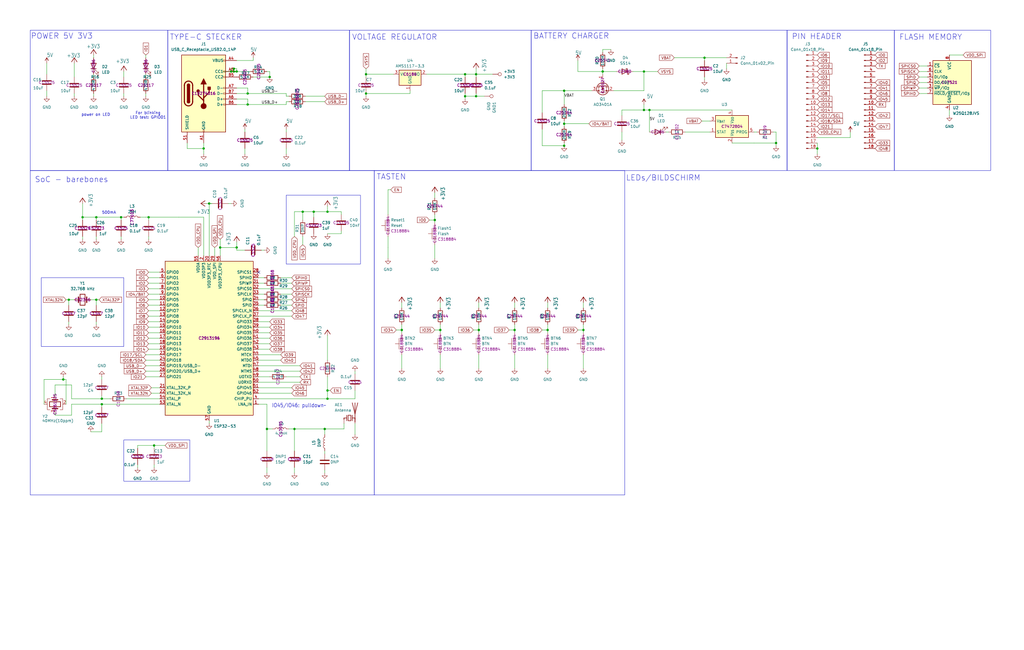
<source format=kicad_sch>
(kicad_sch (version 20250114) (generator "eeschema") (generator_version "9.0")
  (paper "User" 472.592 300.253)
  (rectangle (start 77.47 13.97) (end 161.29 78.74))
  (rectangle (start 172.72 78.74) (end 288.29 228.6))
  (rectangle (start 57.15 203.2) (end 87.63 222.25))
  (rectangle (start 132.08 90.17) (end 166.37 121.92))
  (rectangle (start 19.05 128.27) (end 57.15 160.02))
  (rectangle (start 161.29 13.97) (end 245.11 78.74))
  (rectangle (start 412.75 13.97) (end 457.2 78.74))
  (rectangle (start 13.97 78.74) (end 172.72 228.6))
  (rectangle (start 245.11 13.97) (end 363.22 78.74))
  (rectangle (start 363.22 13.97) (end 412.75 78.74))
  (rectangle (start 13.97 13.97) (end 77.47 78.74))
  (text "BATTERY CHARGER" (at 263.652 16.764 0) (effects (font (size 2.54 2.54))))
  (text "VOLTAGE REGULATOR" (at 182.118 17.272 0) (effects (font (size 2.54 2.54))))
  (text "power on LED" (at 44.196 53.086 0) (effects (font (size 1.27 1.27))))
  (text "500mA" (at 50.292 98.298 0) (effects (font (size 1.27 1.27))))
  (text "LEDs/BILDSCHIRM" (at 306.07 82.296 0) (effects (font (size 2.54 2.54))))
  (text "SoC - barebones" (at 33.02 83.058 0) (effects (font (size 2.54 2.54))))
  (text "PIN HEADER" (at 376.936 17.018 0) (effects (font (size 2.54 2.54))))
  (text "FLASH MEMORY" (at 429.514 17.272 0) (effects (font (size 2.54 2.54))))
  (text "TASTEN" (at 180.594 81.788 0) (effects (font (size 2.54 2.54))))
  (text "For blinking\nLED test: GPIO01\n" (at 68.326 53.34 0) (effects (font (size 1.27 1.27))))
  (text "POWER 5V 3V3\n" (at 14.224 18.288 0) (effects (font (size 2.54 2.54)) (justify left bottom)))
  (text "IO45/IO46: pulldown~~{}" (at 125.476 188.468 0) (effects (font (size 1.778 1.5113)) (justify left bottom)))
  (text "TYPE-C STECKER" (at 94.996 17.272 0) (effects (font (size 2.54 2.54))))
  (junction (at 114.3 43.18))
  (junction (at 168.91 43.18))
  (junction (at 214.63 34.29))
  (junction (at 101.6 114.3))
  (junction (at 114.3 48.26))
  (junction (at 109.22 33.02))
  (junction (at 260.35 67.31))
  (junction (at 31.75 138.43))
  (junction (at 106.68 33.02))
  (junction (at 377.19 68.58))
  (junction (at 219.71 44.45))
  (junction (at 44.45 100.33))
  (junction (at 299.72 50.8))
  (junction (at 38.1 100.33))
  (junction (at 46.99 184.15))
  (junction (at 200.66 101.6))
  (junction (at 237.49 152.4))
  (junction (at 71.12 205.74))
  (junction (at 297.18 50.8))
  (junction (at 144.78 97.79))
  (junction (at 252.73 152.4))
  (junction (at 278.13 33.02))
  (junction (at 135.89 198.12))
  (junction (at 124.46 35.56))
  (junction (at 46.99 186.69))
  (junction (at 203.2 152.4))
  (junction (at 219.71 34.29))
  (junction (at 151.13 97.79))
  (junction (at 68.58 100.33))
  (junction (at 139.7 97.79))
  (junction (at 220.98 152.4))
  (junction (at 29.21 175.26))
  (junction (at 93.98 68.58))
  (junction (at 109.22 114.3))
  (junction (at 260.35 57.15))
  (junction (at 168.91 34.29))
  (junction (at 214.63 44.45))
  (junction (at 297.18 33.02))
  (junction (at 325.12 26.67))
  (junction (at 358.14 66.04))
  (junction (at 123.19 198.12))
  (junction (at 260.35 41.91))
  (junction (at 107.95 31.75))
  (junction (at 151.13 180.34))
  (junction (at 149.86 198.12))
  (junction (at 96.52 93.98))
  (junction (at 55.88 100.33))
  (junction (at 185.42 152.4))
  (junction (at 44.45 138.43))
  (junction (at 151.13 184.15))
  (junction (at 269.24 152.4))
  (junction (at 107.95 33.02))
  (no_connect (at 119.38 125.73))
  (wire (pts (xy 237.49 149.86) (xy 237.49 152.4)) (stroke (width 0.1524)))
  (wire (pts (xy 214.63 34.29) (xy 219.71 34.29)) (stroke (width 0.1524)))
  (wire (pts (xy 129.54 135.89) (xy 134.62 135.89)) (stroke (width 0.1524)))
  (wire (pts (xy 119.38 156.21) (xy 124.46 156.21)))
  (wire (pts (xy 55.88 101.6) (xy 55.88 100.33)) (stroke (width 0.1524)))
  (wire (pts (xy 114.3 48.26) (xy 109.22 48.26)) (stroke (width 0.1524)))
  (wire (pts (xy 140.97 46.99) (xy 149.86 46.99)) (stroke (width 0.1524)))
  (wire (pts (xy 99.06 114.3) (xy 99.06 118.11)))
  (wire (pts (xy 325.12 35.56) (xy 325.12 36.83)) (stroke (width 0.1524)))
  (wire (pts (xy 311.15 26.67) (xy 325.12 26.67)) (stroke (width 0.1524)))
  (wire (pts (xy 46.99 184.15) (xy 50.8 184.15)))
  (wire (pts (xy 266.7 33.02) (xy 266.7 27.94)) (stroke (width 0.1524)))
  (wire (pts (xy 227.33 34.29) (xy 219.71 34.29)) (stroke (width 0.1524)))
  (wire (pts (xy 132.08 43.18) (xy 114.3 43.18)) (stroke (width 0.1524)))
  (wire (pts (xy 185.42 152.4) (xy 185.42 153.67)) (stroke (width 0.1524)))
  (wire (pts (xy 67.31 173.99) (xy 73.66 173.99)))
  (wire (pts (xy 203.2 139.7) (xy 203.2 142.24)) (stroke (width 0.1524)))
  (wire (pts (xy 68.58 100.33) (xy 68.58 101.6)) (stroke (width 0.1524)))
  (wire (pts (xy 73.66 143.51) (xy 68.58 143.51)) (stroke (width 0.1524)))
  (wire (pts (xy 269.24 149.86) (xy 269.24 152.4)) (stroke (width 0.1524)))
  (wire (pts (xy 269.24 152.4) (xy 266.7 152.4)) (stroke (width 0.1524)))
  (wire (pts (xy 252.73 149.86) (xy 252.73 152.4)) (stroke (width 0.1524)))
  (wire (pts (xy 119.38 176.53) (xy 138.43 176.53)))
  (wire (pts (xy 325.12 26.67) (xy 335.28 26.67)) (stroke (width 0.1524)))
  (wire (pts (xy 157.48 97.79) (xy 157.48 99.06)) (stroke (width 0.1524)))
  (wire (pts (xy 179.07 99.06) (xy 179.07 87.63)) (stroke (width 0.1524)))
  (wire (pts (xy 278.13 22.86) (xy 278.13 24.13)) (stroke (width 0.1524)))
  (wire (pts (xy 250.19 67.31) (xy 260.35 67.31)) (stroke (width 0.1524)))
  (wire (pts (xy 273.05 41.91) (xy 260.35 41.91)) (stroke (width 0.1524)))
  (wire (pts (xy 38.1 93.98) (xy 38.1 100.33)) (stroke (width 0.1524)))
  (wire (pts (xy 135.89 97.79) (xy 139.7 97.79)) (stroke (width 0.1524)))
  (wire (pts (xy 73.66 128.27) (xy 68.58 128.27)) (stroke (width 0.1524)))
  (wire (pts (xy 34.29 43.18) (xy 34.29 44.45)) (stroke (width 0.1524)))
  (wire (pts (xy 133.35 198.12) (xy 135.89 198.12)))
  (wire (pts (xy 67.31 100.33) (xy 68.58 100.33)) (stroke (width 0.1524)))
  (wire (pts (xy 106.68 33.02) (xy 106.68 31.75)) (stroke (width 0.1524)))
  (wire (pts (xy 109.22 33.02) (xy 107.95 33.02)))
  (wire (pts (xy 132.08 44.45) (xy 132.08 43.18)) (stroke (width 0.1524)))
  (wire (pts (xy 185.42 149.86) (xy 185.42 152.4)) (stroke (width 0.1524)))
  (wire (pts (xy 185.42 139.7) (xy 185.42 142.24)) (stroke (width 0.1524)))
  (wire (pts (xy 46.99 186.69) (xy 46.99 187.96)) (stroke (width 0.1524)))
  (wire (pts (xy 214.63 35.56) (xy 214.63 34.29)) (stroke (width 0.1524)))
  (wire (pts (xy 392.43 63.5) (xy 392.43 60.96)))
  (wire (pts (xy 121.92 140.97) (xy 119.38 140.97)) (stroke (width 0.1524)))
  (wire (pts (xy 139.7 101.6) (xy 139.7 97.79)) (stroke (width 0.1524)))
  (wire (pts (xy 347.98 60.96) (xy 349.25 60.96)) (stroke (width 0.1524)))
  (wire (pts (xy 203.2 152.4) (xy 200.66 152.4)) (stroke (width 0.1524)))
  (wire (pts (xy 297.18 50.8) (xy 299.72 50.8)) (stroke (width 0.1524)))
  (wire (pts (xy 97.79 93.98) (xy 96.52 93.98)))
  (wire (pts (xy 316.23 60.96) (xy 327.66 60.96)))
  (wire (pts (xy 73.66 158.75) (xy 68.58 158.75)) (stroke (width 0.1524)))
  (wire (pts (xy 119.38 158.75) (xy 124.46 158.75)))
  (wire (pts (xy 119.38 138.43) (xy 121.92 138.43)) (stroke (width 0.1524)))
  (wire (pts (xy 86.36 66.04) (xy 86.36 68.58)))
  (wire (pts (xy 297.18 41.91) (xy 297.18 33.02)) (stroke (width 0.1524)))
  (wire (pts (xy 73.66 156.21) (xy 68.58 156.21)) (stroke (width 0.1524)))
  (wire (pts (xy 109.22 111.76) (xy 109.22 114.3)))
  (wire (pts (xy 67.31 168.91) (xy 73.66 168.91)))
  (wire (pts (xy 179.07 87.63) (xy 180.34 87.63)) (stroke (width 0.1524)))
  (wire (pts (xy 30.48 186.69) (xy 30.48 175.26)))
  (wire (pts (xy 93.98 118.11) (xy 93.98 100.33)))
  (wire (pts (xy 250.19 59.69) (xy 250.19 67.31)) (stroke (width 0.1524)))
  (wire (pts (xy 123.19 186.69) (xy 123.19 198.12)))
  (wire (pts (xy 73.66 135.89) (xy 68.58 135.89)) (stroke (width 0.1524)))
  (wire (pts (xy 73.66 153.67) (xy 68.58 153.67)) (stroke (width 0.1524)))
  (wire (pts (xy 114.3 40.64) (xy 114.3 43.18)))
  (wire (pts (xy 200.66 101.6) (xy 200.66 102.87)) (stroke (width 0.1524)))
  (wire (pts (xy 119.38 186.69) (xy 123.19 186.69)))
  (wire (pts (xy 129.54 140.97) (xy 134.62 140.97)) (stroke (width 0.1524)))
  (wire (pts (xy 71.12 215.9) (xy 71.12 214.63)) (stroke (width 0.1524)))
  (wire (pts (xy 73.66 146.05) (xy 68.58 146.05)) (stroke (width 0.1524)))
  (wire (pts (xy 299.72 50.8) (xy 337.82 50.8)) (stroke (width 0.1524)))
  (wire (pts (xy 151.13 95.25) (xy 151.13 97.79)) (stroke (width 0.1524)))
  (wire (pts (xy 427.99 30.48) (xy 424.18 30.48)) (stroke (width 0.1524)))
  (wire (pts (xy 119.38 171.45) (xy 138.43 171.45)) (stroke (width 0.1524)))
  (wire (pts (xy 119.38 143.51) (xy 134.62 143.51)) (stroke (width 0.1524)))
  (wire (pts (xy 38.1 100.33) (xy 44.45 100.33)) (stroke (width 0.1524)))
  (wire (pts (xy 107.95 31.75) (xy 106.68 31.75)) (stroke (width 0.1524)))
  (wire (pts (xy 119.38 168.91) (xy 138.43 168.91)) (stroke (width 0.1524)))
  (wire (pts (xy 121.92 128.27) (xy 119.38 128.27)) (stroke (width 0.1524)))
  (wire (pts (xy 33.02 184.15) (xy 46.99 184.15)) (stroke (width 0.1524)))
  (wire (pts (xy 109.22 114.3) (xy 101.6 114.3)))
  (wire (pts (xy 287.02 53.34) (xy 287.02 50.8)) (stroke (width 0.1524)))
  (wire (pts (xy 237.49 163.83) (xy 237.49 170.18)) (stroke (width 0.1524)))
  (wire (pts (xy 151.13 166.37) (xy 151.13 154.94)) (stroke (width 0.1524)))
  (wire (pts (xy 237.49 152.4) (xy 234.95 152.4)) (stroke (width 0.1524)))
  (wire (pts (xy 129.54 128.27) (xy 134.62 128.27)) (stroke (width 0.1524)))
  (wire (pts (xy 119.38 163.83) (xy 129.54 163.83)) (stroke (width 0.1524)))
  (wire (pts (xy 377.19 71.12) (xy 377.19 68.58)) (stroke (width 0.1524)))
  (wire (pts (xy 43.18 44.45) (xy 43.18 43.18)) (stroke (width 0.1524)))
  (wire (pts (xy 109.22 45.72) (xy 114.3 45.72)))
  (wire (pts (xy 292.1 33.02) (xy 297.18 33.02)) (stroke (width 0.1524)))
  (wire (pts (xy 168.91 35.56) (xy 168.91 34.29)) (stroke (width 0.1524)))
  (wire (pts (xy 269.24 152.4) (xy 269.24 153.67)) (stroke (width 0.1524)))
  (wire (pts (xy 139.7 109.22) (xy 139.7 113.03)))
  (wire (pts (xy 250.19 41.91) (xy 260.35 41.91)) (stroke (width 0.1524)))
  (wire (pts (xy 73.66 148.59) (xy 68.58 148.59)) (stroke (width 0.1524)))
  (wire (pts (xy 114.3 45.72) (xy 114.3 48.26)))
  (wire (pts (xy 252.73 152.4) (xy 250.19 152.4)) (stroke (width 0.1524)))
  (wire (pts (xy 93.98 100.33) (xy 82.55 100.33)))
  (wire (pts (xy 140.97 44.45) (xy 149.86 44.45)) (stroke (width 0.1524)))
  (wire (pts (xy 168.91 34.29) (xy 168.91 31.75)) (stroke (width 0.1524)))
  (wire (pts (xy 25.4 191.77) (xy 33.02 191.77)) (stroke (width 0.1524)))
  (wire (pts (xy 121.92 135.89) (xy 119.38 135.89)) (stroke (width 0.1524)))
  (wire (pts (xy 123.19 198.12) (xy 125.73 198.12)))
  (wire (pts (xy 358.14 66.04) (xy 347.98 66.04)) (stroke (width 0.1524)))
  (wire (pts (xy 157.48 107.95) (xy 151.13 107.95)) (stroke (width 0.1524)))
  (wire (pts (xy 135.89 109.22) (xy 135.89 97.79)) (stroke (width 0.1524)))
  (wire (pts (xy 189.23 43.18) (xy 189.23 41.91)) (stroke (width 0.1524)))
  (wire (pts (xy 260.35 48.26) (xy 260.35 41.91)) (stroke (width 0.1524)))
  (wire (pts (xy 67.31 44.45) (xy 67.31 43.18)) (stroke (width 0.1524)))
  (wire (pts (xy 57.15 44.45) (xy 57.15 43.18)) (stroke (width 0.1524)))
  (wire (pts (xy 129.54 130.81) (xy 134.62 130.81)) (stroke (width 0.1524)))
  (wire (pts (xy 109.22 40.64) (xy 114.3 40.64)))
  (wire (pts (xy 135.89 215.9) (xy 135.89 218.44)))
  (wire (pts (xy 157.48 107.95) (xy 157.48 106.68)) (stroke (width 0.1524)))
  (wire (pts (xy 135.89 198.12) (xy 135.89 208.28)))
  (wire (pts (xy 200.66 99.06) (xy 200.66 101.6)) (stroke (width 0.1524)))
  (wire (pts (xy 219.71 44.45) (xy 214.63 44.45)) (stroke (width 0.1524)))
  (wire (pts (xy 67.31 25.4) (xy 67.31 26.67)) (stroke (width 0.1524)))
  (wire (pts (xy 220.98 152.4) (xy 220.98 153.67)) (stroke (width 0.1524)))
  (wire (pts (xy 67.31 163.83) (xy 73.66 163.83)))
  (wire (pts (xy 250.19 52.07) (xy 250.19 41.91)) (stroke (width 0.1524)))
  (wire (pts (xy 43.18 35.56) (xy 43.18 34.29)) (stroke (width 0.1524)))
  (wire (pts (xy 163.83 180.34) (xy 163.83 184.15)) (stroke (width 0.1524)))
  (wire (pts (xy 377.19 63.5) (xy 392.43 63.5)))
  (wire (pts (xy 323.85 55.88) (xy 327.66 55.88)))
  (wire (pts (xy 73.66 125.73) (xy 68.58 125.73)) (stroke (width 0.1524)))
  (wire (pts (xy 149.86 198.12) (xy 158.75 198.12)) (stroke (width 0.1524)))
  (wire (pts (xy 151.13 180.34) (xy 151.13 184.15)) (stroke (width 0.1524)))
  (wire (pts (xy 278.13 33.02) (xy 266.7 33.02)) (stroke (width 0.1524)))
  (wire (pts (xy 114.3 43.18) (xy 109.22 43.18)) (stroke (width 0.1524)))
  (wire (pts (xy 73.66 133.35) (xy 68.58 133.35)) (stroke (width 0.1524)))
  (wire (pts (xy 135.89 198.12) (xy 149.86 198.12)) (stroke (width 0.1524)))
  (wire (pts (xy 96.52 93.98) (xy 95.25 93.98)) (stroke (width 0.1524)))
  (wire (pts (xy 219.71 43.18) (xy 219.71 44.45)) (stroke (width 0.1524)))
  (wire (pts (xy 151.13 173.99) (xy 151.13 180.34)) (stroke (width 0.1524)))
  (wire (pts (xy 34.29 29.21) (xy 34.29 35.56)) (stroke (width 0.1524)))
  (wire (pts (xy 132.08 71.12) (xy 132.08 68.58)) (stroke (width 0.1524)))
  (wire (pts (xy 132.08 46.99) (xy 133.35 46.99)) (stroke (width 0.1524)))
  (wire (pts (xy 102.87 33.02) (xy 106.68 33.02)) (stroke (width 0.1524)))
  (wire (pts (xy 158.75 198.12) (xy 158.75 195.58)) (stroke (width 0.1524)))
  (wire (pts (xy 163.83 195.58) (xy 163.83 200.66)) (stroke (width 0.1524)))
  (wire (pts (xy 220.98 139.7) (xy 220.98 142.24)) (stroke (width 0.1524)))
  (wire (pts (xy 200.66 101.6) (xy 198.12 101.6)) (stroke (width 0.1524)))
  (wire (pts (xy 31.75 138.43) (xy 31.75 140.97)))
  (wire (pts (xy 119.38 161.29) (xy 124.46 161.29)))
  (wire (pts (xy 21.59 29.21) (xy 21.59 34.29)) (stroke (width 0.1524)))
  (wire (pts (xy 119.38 181.61) (xy 134.62 181.61)) (stroke (width 0.1524)))
  (wire (pts (xy 196.85 34.29) (xy 214.63 34.29)) (stroke (width 0.1524)))
  (wire (pts (xy 132.08 48.26) (xy 132.08 46.99)) (stroke (width 0.1524)))
  (wire (pts (xy 278.13 22.86) (xy 281.94 22.86)) (stroke (width 0.1524)))
  (wire (pts (xy 29.21 173.99) (xy 29.21 175.26)) (stroke (width 0.1524)))
  (wire (pts (xy 71.12 205.74) (xy 71.12 207.01)) (stroke (width 0.1524)))
  (wire (pts (xy 358.14 67.31) (xy 358.14 66.04)) (stroke (width 0.1524)))
  (wire (pts (xy 55.88 100.33) (xy 57.15 100.33)) (stroke (width 0.1524)))
  (wire (pts (xy 68.58 161.29) (xy 73.66 161.29)))
  (wire (pts (xy 25.4 190.5) (xy 25.4 191.77)) (stroke (width 0.1524)))
  (wire (pts (xy 219.71 31.75) (xy 219.71 34.29)) (stroke (width 0.1524)))
  (wire (pts (xy 252.73 163.83) (xy 252.73 170.18)) (stroke (width 0.1524)))
  (wire (pts (xy 427.99 40.64) (xy 424.18 40.64)) (stroke (width 0.1524)))
  (wire (pts (xy 119.38 166.37) (xy 129.54 166.37)) (stroke (width 0.1524)))
  (wire (pts (xy 152.4 180.34) (xy 151.13 180.34)) (stroke (width 0.1524)))
  (wire (pts (xy 123.19 33.02) (xy 124.46 33.02)))
  (wire (pts (xy 29.21 175.26) (xy 20.32 175.26)) (stroke (width 0.1524)))
  (wire (pts (xy 356.87 60.96) (xy 358.14 60.96)) (stroke (width 0.1524)))
  (wire (pts (xy 223.52 44.45) (xy 219.71 44.45)) (stroke (width 0.1524)))
  (wire (pts (xy 427.99 35.56) (xy 424.18 35.56)) (stroke (width 0.1524)))
  (wire (pts (xy 124.46 33.02) (xy 124.46 35.56)) (stroke (width 0.1524)))
  (wire (pts (xy 260.35 57.15) (xy 271.78 57.15)) (stroke (width 0.1524)))
  (wire (pts (xy 31.75 149.86) (xy 31.75 148.59)) (stroke (width 0.1524)))
  (wire (pts (xy 93.98 66.04) (xy 93.98 68.58)) (stroke (width 0.1524)))
  (wire (pts (xy 260.35 66.04) (xy 260.35 67.31)) (stroke (width 0.1524)))
  (wire (pts (xy 377.19 66.04) (xy 377.19 68.58)))
  (wire (pts (xy 149.86 209.55) (xy 149.86 208.28)) (stroke (width 0.1524)))
  (wire (pts (xy 214.63 43.18) (xy 214.63 44.45)) (stroke (width 0.1524)))
  (wire (pts (xy 278.13 34.29) (xy 278.13 33.02)) (stroke (width 0.1524)))
  (wire (pts (xy 33.02 177.8) (xy 33.02 184.15)) (stroke (width 0.1524)))
  (wire (pts (xy 157.48 97.79) (xy 151.13 97.79)) (stroke (width 0.1524)))
  (wire (pts (xy 71.12 205.74) (xy 76.2 205.74)) (stroke (width 0.1524)))
  (wire (pts (xy 116.84 27.94) (xy 109.22 27.94)) (stroke (width 0.1524)))
  (wire (pts (xy 43.18 25.4) (xy 43.18 26.67)) (stroke (width 0.1524)))
  (wire (pts (xy 278.13 33.02) (xy 284.48 33.02)) (stroke (width 0.1524)))
  (wire (pts (xy 101.6 114.3) (xy 101.6 118.11)))
  (wire (pts (xy 200.66 88.9) (xy 200.66 91.44)) (stroke (width 0.1524)))
  (wire (pts (xy 203.2 149.86) (xy 203.2 152.4)) (stroke (width 0.1524)))
  (wire (pts (xy 113.03 71.12) (xy 113.03 68.58)) (stroke (width 0.1524)))
  (wire (pts (xy 185.42 163.83) (xy 185.42 170.18)) (stroke (width 0.1524)))
  (wire (pts (xy 163.83 171.45) (xy 163.83 172.72)) (stroke (width 0.1524)))
  (wire (pts (xy 73.66 140.97) (xy 68.58 140.97)) (stroke (width 0.1524)))
  (wire (pts (xy 46.99 186.69) (xy 73.66 186.69)) (stroke (width 0.1524)))
  (wire (pts (xy 427.99 33.02) (xy 424.18 33.02)) (stroke (width 0.1524)))
  (wire (pts (xy 132.08 48.26) (xy 114.3 48.26)) (stroke (width 0.1524)))
  (wire (pts (xy 237.49 139.7) (xy 237.49 142.24)) (stroke (width 0.1524)))
  (wire (pts (xy 55.88 110.49) (xy 55.88 109.22)) (stroke (width 0.1524)))
  (wire (pts (xy 438.15 25.4) (xy 444.5 25.4)) (stroke (width 0.1524)))
  (wire (pts (xy 67.31 171.45) (xy 73.66 171.45)))
  (wire (pts (xy 73.66 130.81) (xy 68.58 130.81)) (stroke (width 0.1524)))
  (wire (pts (xy 203.2 152.4) (xy 203.2 153.67)) (stroke (width 0.1524)))
  (wire (pts (xy 73.66 138.43) (xy 68.58 138.43)) (stroke (width 0.1524)))
  (wire (pts (xy 116.84 26.67) (xy 116.84 27.94)) (stroke (width 0.1524)))
  (wire (pts (xy 181.61 34.29) (xy 168.91 34.29)) (stroke (width 0.1524)))
  (wire (pts (xy 121.92 115.57) (xy 120.65 115.57)) (stroke (width 0.1524)))
  (wire (pts (xy 200.66 113.03) (xy 200.66 119.38)) (stroke (width 0.1524)))
  (wire (pts (xy 63.5 205.74) (xy 63.5 207.01)) (stroke (width 0.1524)))
  (wire (pts (xy 33.02 186.69) (xy 46.99 186.69)) (stroke (width 0.1524)))
  (wire (pts (xy 438.15 53.34) (xy 438.15 50.8)) (stroke (width 0.1524)))
  (wire (pts (xy 44.45 149.86) (xy 44.45 148.59)) (stroke (width 0.1524)))
  (wire (pts (xy 96.52 195.58) (xy 96.52 194.31)) (stroke (width 0.1524)))
  (wire (pts (xy 337.82 66.04) (xy 347.98 66.04)))
  (wire (pts (xy 149.86 218.44) (xy 149.86 217.17)) (stroke (width 0.1524)))
  (wire (pts (xy 335.28 29.21) (xy 335.28 31.75)) (stroke (width 0.1524)))
  (wire (pts (xy 185.42 152.4) (xy 182.88 152.4)) (stroke (width 0.1524)))
  (wire (pts (xy 97.79 93.98) (xy 96.52 93.98)) (stroke (width 0.1524)))
  (wire (pts (xy 46.99 182.88) (xy 46.99 184.15)) (stroke (width 0.1524)))
  (wire (pts (xy 358.14 60.96) (xy 358.14 66.04)) (stroke (width 0.1524)))
  (wire (pts (xy 44.45 101.6) (xy 44.45 100.33)) (stroke (width 0.1524)))
  (wire (pts (xy 119.38 133.35) (xy 134.62 133.35)) (stroke (width 0.1524)))
  (wire (pts (xy 116.84 35.56) (xy 124.46 35.56)) (stroke (width 0.1524)))
  (wire (pts (xy 260.35 57.15) (xy 260.35 55.88)) (stroke (width 0.1524)))
  (wire (pts (xy 287.02 60.96) (xy 287.02 64.77)) (stroke (width 0.1524)))
  (wire (pts (xy 57.15 35.56) (xy 57.15 33.02)) (stroke (width 0.1524)))
  (wire (pts (xy 106.68 93.98) (xy 105.41 93.98)) (stroke (width 0.1524)))
  (wire (pts (xy 252.73 139.7) (xy 252.73 142.24)) (stroke (width 0.1524)))
  (wire (pts (xy 91.44 114.3) (xy 91.44 118.11)))
  (wire (pts (xy 303.53 33.02) (xy 297.18 33.02)) (stroke (width 0.1524)))
  (wire (pts (xy 63.5 205.74) (xy 71.12 205.74)) (stroke (width 0.1524)))
  (wire (pts (xy 107.95 33.02) (xy 106.68 33.02)) (stroke (width 0.1524)))
  (wire (pts (xy 38.1 101.6) (xy 38.1 100.33)) (stroke (width 0.1524)))
  (wire (pts (xy 46.99 199.39) (xy 41.91 199.39)) (stroke (width 0.1524)))
  (wire (pts (xy 33.02 191.77) (xy 33.02 186.69)) (stroke (width 0.1524)))
  (wire (pts (xy 86.36 68.58) (xy 93.98 68.58)))
  (wire (pts (xy 149.86 200.66) (xy 149.86 198.12)) (stroke (width 0.1524)))
  (wire (pts (xy 73.66 151.13) (xy 68.58 151.13)) (stroke (width 0.1524)))
  (wire (pts (xy 307.34 60.96) (xy 308.61 60.96)) (stroke (width 0.1524)))
  (wire (pts (xy 31.75 138.43) (xy 34.29 138.43)))
  (wire (pts (xy 44.45 138.43) (xy 45.72 138.43)))
  (wire (pts (xy 237.49 152.4) (xy 237.49 153.67)) (stroke (width 0.1524)))
  (wire (pts (xy 67.31 35.56) (xy 67.31 34.29)) (stroke (width 0.1524)))
  (wire (pts (xy 427.99 38.1) (xy 424.18 38.1)) (stroke (width 0.1524)))
  (wire (pts (xy 133.35 44.45) (xy 132.08 44.45)) (stroke (width 0.1524)))
  (wire (pts (xy 168.91 43.18) (xy 189.23 43.18)) (stroke (width 0.1524)))
  (wire (pts (xy 93.98 68.58) (xy 93.98 71.12)) (stroke (width 0.1524)))
  (wire (pts (xy 67.31 166.37) (xy 73.66 166.37)))
  (wire (pts (xy 119.38 148.59) (xy 124.46 148.59)))
  (wire (pts (xy 68.58 110.49) (xy 68.58 109.22)) (stroke (width 0.1524)))
  (wire (pts (xy 113.03 60.96) (xy 113.03 59.69)) (stroke (width 0.1524)))
  (wire (pts (xy 30.48 175.26) (xy 29.21 175.26)))
  (wire (pts (xy 129.54 138.43) (xy 134.62 138.43)) (stroke (width 0.1524)))
  (wire (pts (xy 220.98 163.83) (xy 220.98 170.18)) (stroke (width 0.1524)))
  (wire (pts (xy 144.78 97.79) (xy 151.13 97.79)) (stroke (width 0.1524)))
  (wire (pts (xy 21.59 41.91) (xy 21.59 44.45)) (stroke (width 0.1524)))
  (wire (pts (xy 46.99 199.39) (xy 46.99 195.58)) (stroke (width 0.1524)))
  (wire (pts (xy 69.85 179.07) (xy 73.66 179.07)))
  (wire (pts (xy 30.48 138.43) (xy 31.75 138.43)))
  (wire (pts (xy 64.77 100.33) (xy 67.31 100.33)))
  (wire (pts (xy 109.22 33.02) (xy 107.95 33.02)) (stroke (width 0.1524)))
  (wire (pts (xy 107.95 33.02) (xy 107.95 31.75)))
  (wire (pts (xy 214.63 44.45) (xy 214.63 45.72)) (stroke (width 0.1524)))
  (wire (pts (xy 121.92 130.81) (xy 119.38 130.81)) (stroke (width 0.1524)))
  (wire (pts (xy 44.45 138.43) (xy 44.45 140.97)))
  (wire (pts (xy 278.13 31.75) (xy 278.13 33.02)) (stroke (width 0.1524)))
  (wire (pts (xy 123.19 215.9) (xy 123.19 218.44)))
  (wire (pts (xy 20.32 175.26) (xy 20.32 186.69)) (stroke (width 0.1524)))
  (wire (pts (xy 123.19 198.12) (xy 123.19 208.28)))
  (wire (pts (xy 109.22 33.02) (xy 115.57 33.02)) (stroke (width 0.1524)))
  (wire (pts (xy 144.78 100.33) (xy 144.78 97.79)) (stroke (width 0.1524)))
  (wire (pts (xy 179.07 109.22) (xy 179.07 114.3)))
  (wire (pts (xy 220.98 149.86) (xy 220.98 152.4)) (stroke (width 0.1524)))
  (wire (pts (xy 269.24 163.83) (xy 269.24 170.18)) (stroke (width 0.1524)))
  (wire (pts (xy 101.6 110.49) (xy 101.6 114.3)))
  (wire (pts (xy 25.4 177.8) (xy 33.02 177.8)) (stroke (width 0.1524)))
  (wire (pts (xy 297.18 48.26) (xy 297.18 50.8)) (stroke (width 0.1524)))
  (wire (pts (xy 179.07 114.3) (xy 179.07 119.38)) (stroke (width 0.1524)))
  (wire (pts (xy 269.24 139.7) (xy 269.24 142.24)) (stroke (width 0.1524)))
  (wire (pts (xy 151.13 184.15) (xy 163.83 184.15)) (stroke (width 0.1524)))
  (wire (pts (xy 44.45 100.33) (xy 55.88 100.33)) (stroke (width 0.1524)))
  (wire (pts (xy 109.22 31.75) (xy 107.95 31.75)) (stroke (width 0.1524)))
  (wire (pts (xy 119.38 184.15) (xy 151.13 184.15)) (stroke (width 0.1524)))
  (wire (pts (xy 283.21 41.91) (xy 297.18 41.91)) (stroke (width 0.1524)))
  (wire (pts (xy 58.42 184.15) (xy 73.66 184.15)))
  (wire (pts (xy 132.08 60.96) (xy 132.08 59.69)) (stroke (width 0.1524)))
  (wire (pts (xy 96.52 93.98) (xy 96.52 118.11)) (stroke (width 0.1524)))
  (wire (pts (xy 109.22 115.57) (xy 109.22 114.3)))
  (wire (pts (xy 139.7 97.79) (xy 144.78 97.79)) (stroke (width 0.1524)))
  (wire (pts (xy 113.03 115.57) (xy 109.22 115.57)))
  (wire (pts (xy 109.22 33.02) (xy 109.22 31.75)) (stroke (width 0.1524)))
  (wire (pts (xy 299.72 60.96) (xy 299.72 50.8)) (stroke (width 0.1524)))
  (wire (pts (xy 325.12 27.94) (xy 325.12 26.67)) (stroke (width 0.1524)))
  (wire (pts (xy 46.99 173.99) (xy 46.99 175.26)) (stroke (width 0.1524)))
  (wire (pts (xy 219.71 35.56) (xy 219.71 34.29)) (stroke (width 0.1524)))
  (wire (pts (xy 41.91 138.43) (xy 44.45 138.43)))
  (wire (pts (xy 119.38 153.67) (xy 124.46 153.67)))
  (wire (pts (xy 132.08 173.99) (xy 138.43 173.99)))
  (wire (pts (xy 203.2 163.83) (xy 203.2 170.18)) (stroke (width 0.1524)))
  (wire (pts (xy 25.4 182.88) (xy 25.4 177.8)) (stroke (width 0.1524)))
  (wire (pts (xy 63.5 215.9) (xy 63.5 214.63)) (stroke (width 0.1524)))
  (wire (pts (xy 82.55 100.33) (xy 68.58 100.33)) (stroke (width 0.1524)))
  (wire (pts (xy 107.95 31.75) (xy 106.68 31.75)))
  (wire (pts (xy 252.73 152.4) (xy 252.73 153.67)) (stroke (width 0.1524)))
  (wire (pts (xy 119.38 146.05) (xy 134.62 146.05)) (stroke (width 0.1524)))
  (wire (pts (xy 119.38 151.13) (xy 124.46 151.13)))
  (wire (pts (xy 168.91 44.45) (xy 168.91 43.18)) (stroke (width 0.1524)))
  (wire (pts (xy 287.02 50.8) (xy 297.18 50.8)) (stroke (width 0.1524)))
  (wire (pts (xy 124.46 173.99) (xy 119.38 173.99)) (stroke (width 0.1524)))
  (wire (pts (xy 220.98 152.4) (xy 218.44 152.4)) (stroke (width 0.1524)))
  (wire (pts (xy 44.45 110.49) (xy 44.45 109.22)) (stroke (width 0.1524)))
  (wire (pts (xy 119.38 179.07) (xy 134.62 179.07)) (stroke (width 0.1524)))
  (wire (pts (xy 38.1 110.49) (xy 38.1 109.22)) (stroke (width 0.1524)))
  (wire (pts (xy 260.35 58.42) (xy 260.35 57.15)) (stroke (width 0.1524)))
  (wire (pts (xy 427.99 43.18) (xy 424.18 43.18)) (stroke (width 0.1524)))
  (wire (pts (xy 69.85 181.61) (xy 73.66 181.61)))
  (label "VBAT" (at 260.35 45.085 0) (effects (font (size 1.2446 1.2446))))
  (label "USB_D-" (at 120.65 43.18 0) (effects (font (size 1.2446 1.2446))))
  (label "USB_D+" (at 120.65 48.26 0) (effects (font (size 1.2446 1.2446))))
  (label "5V" (at 299.72 55.88 0) (effects (font (size 1.2446 1.2446))))
  (global_label "IO12" (shape input) (at 68.58 156.21 180) (property "Intersheetrefs" "${INTERSHEET_REFS}" (effects (hide yes))))
  (global_label "IO1" (shape input) (at 67.31 25.4 90) (property "Intersheetrefs" "${INTERSHEET_REFS}" (effects (hide yes))))
  (global_label "IO46" (shape input) (at 134.62 181.61 0) (property "Intersheetrefs" "${INTERSHEET_REFS}" (effects (hide yes))))
  (global_label "IO37" (shape input) (at 234.95 152.4 180) (property "Intersheetrefs" "${INTERSHEET_REFS}" (effects (hide yes))))
  (global_label "IO4{slash}BAT" (shape input) (at 68.58 135.89 180) (property "Intersheetrefs" "${INTERSHEET_REFS}" (effects (hide yes))))
  (global_label "TX" (shape input) (at 403.86 30.48 0) (property "Intersheetrefs" "${INTERSHEET_REFS}" (effects (hide yes))))
  (global_label "IO48" (shape input) (at 134.62 143.51 0) (property "Intersheetrefs" "${INTERSHEET_REFS}" (effects (hide yes))))
  (global_label "IO17{slash}SCL" (shape input) (at 67.31 163.83 180) (property "Intersheetrefs" "${INTERSHEET_REFS}" (effects (hide yes))))
  (global_label "USB_D-" (shape input) (at 149.86 44.45 0) (property "Intersheetrefs" "${INTERSHEET_REFS}" (effects (hide yes))))
  (global_label "IO11" (shape input) (at 68.58 153.67 180) (property "Intersheetrefs" "${INTERSHEET_REFS}" (effects (hide yes))))
  (global_label "IO8" (shape input) (at 68.58 146.05 180) (property "Intersheetrefs" "${INTERSHEET_REFS}" (effects (hide yes))))
  (global_label "SPIQ" (shape input) (at 134.62 138.43 0) (property "Intersheetrefs" "${INTERSHEET_REFS}" (effects (hide yes))))
  (global_label "IO40" (shape input) (at 403.86 38.1 0) (property "Intersheetrefs" "${INTERSHEET_REFS}" (effects (hide yes))))
  (global_label "USB_D+" (shape input) (at 67.31 171.45 180) (property "Intersheetrefs" "${INTERSHEET_REFS}" (effects (hide yes))))
  (global_label "VSYS" (shape input) (at 168.91 31.75 90) (property "Intersheetrefs" "${INTERSHEET_REFS}" (effects (hide yes))))
  (global_label "SPIQ" (shape input) (at 424.18 38.1 180) (property "Intersheetrefs" "${INTERSHEET_REFS}" (effects (hide yes))))
  (global_label "VSYS" (shape input) (at 303.53 33.02 0) (property "Intersheetrefs" "${INTERSHEET_REFS}" (effects (hide yes))))
  (global_label "IO5" (shape input) (at 68.58 138.43 180) (property "Intersheetrefs" "${INTERSHEET_REFS}" (effects (hide yes))))
  (global_label "IO21" (shape input) (at 67.31 173.99 180) (property "Intersheetrefs" "${INTERSHEET_REFS}" (effects (hide yes))))
  (global_label "IO1" (shape input) (at 68.58 128.27 180) (property "Intersheetrefs" "${INTERSHEET_REFS}" (effects (hide yes))))
  (global_label "VBAT" (shape input) (at 323.85 55.88 180) (property "Intersheetrefs" "${INTERSHEET_REFS}" (effects (hide yes))))
  (global_label "IO41" (shape input) (at 138.43 168.91 0) (property "Intersheetrefs" "${INTERSHEET_REFS}" (effects (hide yes))))
  (global_label "VDD_SPI" (shape input) (at 76.2 205.74 0) (property "Intersheetrefs" "${INTERSHEET_REFS}" (effects (hide yes))))
  (global_label "IO0" (shape input) (at 403.86 25.4 0) (property "Intersheetrefs" "${INTERSHEET_REFS}" (effects (hide yes))))
  (global_label "RX" (shape input) (at 403.86 48.26 0) (property "Intersheetrefs" "${INTERSHEET_REFS}" (effects (hide yes))))
  (global_label "IO38" (shape input) (at 124.46 161.29 0) (property "Intersheetrefs" "${INTERSHEET_REFS}" (effects (hide yes))))
  (global_label "IO9" (shape input) (at 377.19 27.94 0) (property "Intersheetrefs" "${INTERSHEET_REFS}" (effects (hide yes))))
  (global_label "VDD_CPU" (shape input) (at 377.19 60.96 0) (property "Intersheetrefs" "${INTERSHEET_REFS}" (effects (hide yes))))
  (global_label "IO3" (shape input) (at 68.58 133.35 180) (property "Intersheetrefs" "${INTERSHEET_REFS}" (effects (hide yes))))
  (global_label "IO8" (shape input) (at 377.19 43.18 0) (property "Intersheetrefs" "${INTERSHEET_REFS}" (effects (hide yes))))
  (global_label "IO33" (shape input) (at 403.86 66.04 0) (property "Intersheetrefs" "${INTERSHEET_REFS}" (effects (hide yes))))
  (global_label "USB_D+" (shape input) (at 149.86 46.99 0) (property "Intersheetrefs" "${INTERSHEET_REFS}" (effects (hide yes))))
  (global_label "IO46" (shape input) (at 403.86 43.18 0) (property "Intersheetrefs" "${INTERSHEET_REFS}" (effects (hide yes))))
  (global_label "RX" (shape input) (at 138.43 176.53 0) (property "Intersheetrefs" "${INTERSHEET_REFS}" (effects (hide yes))))
  (global_label "IO0" (shape input) (at 198.12 101.6 180) (property "Intersheetrefs" "${INTERSHEET_REFS}" (effects (hide yes))))
  (global_label "IO37" (shape input) (at 124.46 158.75 0) (property "Intersheetrefs" "${INTERSHEET_REFS}" (effects (hide yes))))
  (global_label "IO33" (shape input) (at 124.46 148.59 0) (property "Intersheetrefs" "${INTERSHEET_REFS}" (effects (hide yes))))
  (global_label "IO7" (shape input) (at 377.19 40.64 0) (property "Intersheetrefs" "${INTERSHEET_REFS}" (effects (hide yes))))
  (global_label "IO14" (shape input) (at 68.58 161.29 180) (property "Intersheetrefs" "${INTERSHEET_REFS}" (effects (hide yes))))
  (global_label "IO47" (shape input) (at 403.86 58.42 0) (property "Intersheetrefs" "${INTERSHEET_REFS}" (effects (hide yes))))
  (global_label "IO42" (shape input) (at 403.86 53.34 0) (property "Intersheetrefs" "${INTERSHEET_REFS}" (effects (hide yes))))
  (global_label "XTAL32P" (shape input) (at 45.72 138.43 0) (property "Intersheetrefs" "${INTERSHEET_REFS}" (effects (hide yes))))
  (global_label "VDD_SPI" (shape input) (at 444.5 25.4 0) (property "Intersheetrefs" "${INTERSHEET_REFS}" (effects (hide yes))))
  (global_label "IO2" (shape input) (at 403.86 27.94 0) (property "Intersheetrefs" "${INTERSHEET_REFS}" (effects (hide yes))))
  (global_label "IO11" (shape input) (at 377.19 33.02 0) (property "Intersheetrefs" "${INTERSHEET_REFS}" (effects (hide yes))))
  (global_label "VDD_CPU" (shape input) (at 91.44 114.3 90) (property "Intersheetrefs" "${INTERSHEET_REFS}" (effects (hide yes))))
  (global_label "VBAT" (shape input) (at 311.15 26.67 180) (property "Intersheetrefs" "${INTERSHEET_REFS}" (effects (hide yes))))
  (global_label "USB_D-" (shape input) (at 67.31 168.91 180) (property "Intersheetrefs" "${INTERSHEET_REFS}" (effects (hide yes))))
  (global_label "SPIWP" (shape input) (at 424.18 40.64 180) (property "Intersheetrefs" "${INTERSHEET_REFS}" (effects (hide yes))))
  (global_label "IO10" (shape input) (at 377.19 30.48 0) (property "Intersheetrefs" "${INTERSHEET_REFS}" (effects (hide yes))))
  (global_label "SPID" (shape input) (at 424.18 35.56 180) (property "Intersheetrefs" "${INTERSHEET_REFS}" (effects (hide yes))))
  (global_label "IO5" (shape input) (at 377.19 38.1 0) (property "Intersheetrefs" "${INTERSHEET_REFS}" (effects (hide yes))))
  (global_label "XTAL32N" (shape input) (at 69.85 181.61 180) (property "Intersheetrefs" "${INTERSHEET_REFS}" (effects (hide yes))))
  (global_label "IO7" (shape input) (at 68.58 143.51 180) (property "Intersheetrefs" "${INTERSHEET_REFS}" (effects (hide yes))))
  (global_label "XTAL32P" (shape input) (at 69.85 179.07 180) (property "Intersheetrefs" "${INTERSHEET_REFS}" (effects (hide yes))))
  (global_label "EN" (shape input) (at 152.4 180.34 0) (property "Intersheetrefs" "${INTERSHEET_REFS}" (effects (hide yes))))
  (global_label "IO4{slash}BAT" (shape input) (at 271.78 57.15 0) (property "Intersheetrefs" "${INTERSHEET_REFS}" (effects (hide yes))))
  (global_label "VDD_CPU" (shape input) (at 135.89 109.22 270) (property "Intersheetrefs" "${INTERSHEET_REFS}" (effects (hide yes))))
  (global_label "IO18{slash}SDA" (shape input) (at 377.19 55.88 0) (property "Intersheetrefs" "${INTERSHEET_REFS}" (effects (hide yes))))
  (global_label "EN" (shape input) (at 180.34 87.63 0) (property "Intersheetrefs" "${INTERSHEET_REFS}" (effects (hide yes))))
  (global_label "IO45" (shape input) (at 403.86 45.72 0) (property "Intersheetrefs" "${INTERSHEET_REFS}" (effects (hide yes))))
  (global_label "TX" (shape input) (at 138.43 173.99 0) (property "Intersheetrefs" "${INTERSHEET_REFS}" (effects (hide yes))))
  (global_label "IO3" (shape input) (at 377.19 35.56 0) (property "Intersheetrefs" "${INTERSHEET_REFS}" (effects (hide yes))))
  (global_label "IO10" (shape input) (at 68.58 151.13 180) (property "Intersheetrefs" "${INTERSHEET_REFS}" (effects (hide yes))))
  (global_label "IO35" (shape input) (at 124.46 153.67 0) (property "Intersheetrefs" "${INTERSHEET_REFS}" (effects (hide yes))))
  (global_label "IO35" (shape input) (at 200.66 152.4 180) (property "Intersheetrefs" "${INTERSHEET_REFS}" (effects (hide yes))))
  (global_label "IO40" (shape input) (at 129.54 166.37 0) (property "Intersheetrefs" "${INTERSHEET_REFS}" (effects (hide yes))))
  (global_label "SPID" (shape input) (at 134.62 140.97 0) (property "Intersheetrefs" "${INTERSHEET_REFS}" (effects (hide yes))))
  (global_label "IO13" (shape input) (at 68.58 158.75 180) (property "Intersheetrefs" "${INTERSHEET_REFS}" (effects (hide yes))))
  (global_label "IO41" (shape input) (at 403.86 40.64 0) (property "Intersheetrefs" "${INTERSHEET_REFS}" (effects (hide yes))))
  (global_label "IO13" (shape input) (at 377.19 48.26 0) (property "Intersheetrefs" "${INTERSHEET_REFS}" (effects (hide yes))))
  (global_label "IO45" (shape input) (at 139.7 113.03 270) (property "Intersheetrefs" "${INTERSHEET_REFS}" (effects (hide yes))))
  (global_label "SPICS0" (shape input) (at 424.18 30.48 180) (property "Intersheetrefs" "${INTERSHEET_REFS}" (effects (hide yes))))
  (global_label "IO38" (shape input) (at 250.19 152.4 180) (property "Intersheetrefs" "${INTERSHEET_REFS}" (effects (hide yes))))
  (global_label "IO36" (shape input) (at 124.46 156.21 0) (property "Intersheetrefs" "${INTERSHEET_REFS}" (effects (hide yes))))
  (global_label "IO21" (shape input) (at 377.19 58.42 0) (property "Intersheetrefs" "${INTERSHEET_REFS}" (effects (hide yes))))
  (global_label "IO0" (shape input) (at 68.58 125.73 180) (property "Intersheetrefs" "${INTERSHEET_REFS}" (effects (hide yes))))
  (global_label "IO14" (shape input) (at 377.19 50.8 0) (property "Intersheetrefs" "${INTERSHEET_REFS}" (effects (hide yes))))
  (global_label "SPISCK" (shape input) (at 424.18 33.02 180) (property "Intersheetrefs" "${INTERSHEET_REFS}" (effects (hide yes))))
  (global_label "IO36" (shape input) (at 218.44 152.4 180) (property "Intersheetrefs" "${INTERSHEET_REFS}" (effects (hide yes))))
  (global_label "SPIHD" (shape input) (at 424.18 43.18 180) (property "Intersheetrefs" "${INTERSHEET_REFS}" (effects (hide yes))))
  (global_label "IO48" (shape input) (at 403.86 68.58 0) (property "Intersheetrefs" "${INTERSHEET_REFS}" (effects (hide yes))))
  (global_label "IO47" (shape input) (at 134.62 146.05 0) (property "Intersheetrefs" "${INTERSHEET_REFS}" (effects (hide yes))))
  (global_label "IO9" (shape input) (at 68.58 148.59 180) (property "Intersheetrefs" "${INTERSHEET_REFS}" (effects (hide yes))))
  (global_label "IO17{slash}SCL" (shape input) (at 377.19 53.34 0) (property "Intersheetrefs" "${INTERSHEET_REFS}" (effects (hide yes))))
  (global_label "XTAL32N" (shape input) (at 30.48 138.43 180) (property "Intersheetrefs" "${INTERSHEET_REFS}" (effects (hide yes))))
  (global_label "SPIWP" (shape input) (at 134.62 130.81 0) (property "Intersheetrefs" "${INTERSHEET_REFS}" (effects (hide yes))))
  (global_label "IO2" (shape input) (at 68.58 130.81 180) (property "Intersheetrefs" "${INTERSHEET_REFS}" (effects (hide yes))))
  (global_label "VDD_CPU" (shape input) (at 101.6 110.49 90) (property "Intersheetrefs" "${INTERSHEET_REFS}" (effects (hide yes))))
  (global_label "IO18{slash}SDA" (shape input) (at 67.31 166.37 180) (property "Intersheetrefs" "${INTERSHEET_REFS}" (effects (hide yes))))
  (global_label "SPISCK" (shape input) (at 134.62 135.89 0) (property "Intersheetrefs" "${INTERSHEET_REFS}" (effects (hide yes))))
  (global_label "IO6" (shape input) (at 377.19 25.4 0) (property "Intersheetrefs" "${INTERSHEET_REFS}" (effects (hide yes))))
  (global_label "IO39" (shape input) (at 266.7 152.4 180) (property "Intersheetrefs" "${INTERSHEET_REFS}" (effects (hide yes))))
  (global_label "IO39" (shape input) (at 129.54 163.83 0) (property "Intersheetrefs" "${INTERSHEET_REFS}" (effects (hide yes))))
  (global_label "IO42" (shape input) (at 138.43 171.45 0) (property "Intersheetrefs" "${INTERSHEET_REFS}" (effects (hide yes))))
  (global_label "VDD_SPI" (shape input) (at 99.06 114.3 90) (property "Intersheetrefs" "${INTERSHEET_REFS}" (effects (hide yes))))
  (global_label "IO6" (shape input) (at 68.58 140.97 180) (property "Intersheetrefs" "${INTERSHEET_REFS}" (effects (hide yes))))
  (global_label "IO12" (shape input) (at 377.19 45.72 0) (property "Intersheetrefs" "${INTERSHEET_REFS}" (effects (hide yes))))
  (global_label "SPIHD" (shape input) (at 134.62 128.27 0) (property "Intersheetrefs" "${INTERSHEET_REFS}" (effects (hide yes))))
  (global_label "SPICS0" (shape input) (at 134.62 133.35 0) (property "Intersheetrefs" "${INTERSHEET_REFS}" (effects (hide yes))))
  (global_label "IO34" (shape input) (at 124.46 151.13 0) (property "Intersheetrefs" "${INTERSHEET_REFS}" (effects (hide yes))))
  (global_label "IO45" (shape input) (at 134.62 179.07 0) (property "Intersheetrefs" "${INTERSHEET_REFS}" (effects (hide yes))))
  (global_label "IO34" (shape input) (at 182.88 152.4 180) (property "Intersheetrefs" "${INTERSHEET_REFS}" (effects (hide yes))))
  (symbol (lib_id "power:GND") (at 220.98 170.18 0) (unit 1)
    (property "Reference" "#PWR037" (effects (hide yes)))
    (property "Value" "GND" (at 220.98 175.26 0))
  )
  (symbol (lib_id "Memory_Flash:W25Q128JVS") (at 438.15 38.1 0) (unit 1)
    (property "Reference" "U2" (at 439.674 49.784 0) (effects (justify left)))
    (property "Value" "W25Q128JVS" (at 439.674 52.324 0) (effects (justify left)))
    (property "Footprint" "Package_SO:SOIC-8_5.3x5.3mm_P1.27mm" (effects (hide yes)))
    (property "Datasheet" "https://www.winbond.com/resource-files/w25q128jv_dtr%20revc%2003272018%20plus.pdf" (effects (hide yes)))
    (property "Description" "128Mbit / 16MiB Serial Flash Memory, Standard/Dual/Quad SPI, 2.7-3.6V, SOIC-8" (effects (hide yes)))
    (property "MNF PART NUMBER" "C97521" (at 438.15 38.1 0))
    (property "LCSC" "C97521" (at 438.15 38.1 0))
  )
  (symbol (lib_id "Device:R") (at 128.27 173.99 90) (unit 1)
    (property "Reference" "R24" (at 128.27 171.45 90))
    (property "Value" "470R" (at 128.27 173.99 90))
    (property "Footprint" "Resistor_SMD:R_0402_1005Metric" (effects (hide yes)))
    (property "MNF PART NUMBER" "C25117" (effects (hide yes)))
    (property "LCSC" "C25117" (at 128.27 173.99 0))
  )
  (symbol (lib_id "Connector:USB_C_Receptacle_USB2.0_14P") (at 93.98 43.18 0) (unit 1)
    (property "Reference" "J1" (at 93.98 20.32 0))
    (property "Value" "USB_C_Receptacle_USB2.0_14P" (at 93.98 22.86 0))
    (property "Footprint" "Connector_USB:USB_C_Receptacle_HCTL_HC-TYPE-C-16P-01A" (effects (hide yes)))
    (property "Datasheet" "https://www.usb.org/sites/default/files/documents/usb_type-c.zip" (effects (hide yes)))
    (property "Description" "USB 2.0-only 14P Type-C Receptacle connector" (effects (hide yes)))
    (property "MNF PART NUMBER" "C19274016" (at 93.98 43.18 0))
    (property "LCSC" "C19274016" (at 93.98 43.18 0))
  )
  (symbol (lib_id "Device:C") (at 250.19 55.88 0) (unit 1)
    (property "Reference" "C8" (at 254 54.61 0) (effects (justify left)))
    (property "Value" "10uF" (at 254 57.15 0) (effects (justify left)))
    (property "Footprint" "Capacitor_SMD:C_0402_1005Metric" (effects (hide yes)))
    (property "MNF PART NUMBER" "C15525" (effects (hide yes)))
    (property "LCSC" "C15525" (at 250.19 55.88 0))
  )
  (symbol (lib_id "power:GND") (at 71.12 215.9 0) (unit 1)
    (property "Reference" "#PWR019" (effects (hide yes)))
    (property "Value" "GND" (at 71.12 220.98 0))
  )
  (symbol (lib_id "Device:LED") (at 43.18 30.48 90) (unit 1)
    (property "Reference" "D2" (at 46.99 30.7975 90) (effects (justify right)))
    (property "Value" "LED" (at 46.99 33.3375 90) (effects (justify right)))
    (property "Footprint" "LED_SMD:LED_0603_1608Metric" (effects (hide yes)))
    (property "MNF PART NUMBER" "C2286" (effects (hide yes)))
    (property "LCSC" "C2286" (at 43.18 30.48 0))
  )
  (symbol (lib_id "Device:R") (at 137.16 46.99 90) (unit 1)
    (property "Reference" "R18" (at 137.414 49.022 90))
    (property "Value" "33R" (at 137.16 46.99 90))
    (property "Footprint" "Resistor_SMD:R_0402_1005Metric" (effects (hide yes)))
    (property "MNF PART NUMBER" "C25105" (effects (hide yes)))
    (property "LCSC" "C25105" (at 137.16 46.99 0))
  )
  (symbol (lib_id "MaTouch 1.9“ TFT Breakout v1.1-eagle-import:+3V3") (at 252.73 137.16 0) (unit 1)
    (property "Reference" "#+3V014" (effects (hide yes)))
    (property "Value" "+3V3" (at 255.524 137.16 90) (effects (font (size 1.778 1.5113)) (justify right top)))
  )
  (symbol (lib_id "power:GND") (at 44.45 149.86 0) (unit 1)
    (property "Reference" "#PWR050" (effects (hide yes)))
    (property "Value" "GND" (at 44.45 154.94 0))
  )
  (symbol (lib_id "Device:R") (at 43.18 39.37 0) (unit 1)
    (property "Reference" "R16" (at 41.91 35.56 0) (effects (justify left)))
    (property "Value" "470R" (at 43.18 41.91 90) (effects (justify left)))
    (property "Footprint" "Resistor_SMD:R_0402_1005Metric" (effects (hide yes)))
    (property "MNF PART NUMBER" "C25117" (effects (hide yes)))
    (property "LCSC" "C25117" (at 43.18 39.37 0))
  )
  (symbol (lib_id "Switch:SW_Push") (at 203.2 158.75 90) (unit 1)
    (property "Reference" "BTN3" (at 204.47 156.2099 90) (effects (justify right)))
    (property "Value" "BTN" (at 204.47 158.7499 90) (effects (justify right)))
    (property "Footprint" "Button_Switch_SMD:SW_Push_1P1T_XKB_TS-1187A" (effects (hide yes)))
    (property "Description" "Push button switch, generic, two pins" (effects (hide yes)))
    (property "MNF PART NUMBER" "C318884" (at 204.47 161.2899 90) (effects (justify right)))
    (property "LCSC" "C318884" (at 203.2 158.75 0))
  )
  (symbol (lib_id "power:GND") (at 121.92 115.57 90) (mirror x) (unit 1)
    (property "Reference" "#PWR035" (effects (hide yes)))
    (property "Value" "GND" (at 127 115.57 0))
  )
  (symbol (lib_id "power:GND") (at 151.13 107.95 0) (unit 1)
    (property "Reference" "#PWR052" (effects (hide yes)))
    (property "Value" "GND" (at 151.13 113.03 0))
  )
  (symbol (lib_id "power:GND") (at 163.83 171.45 180) (unit 1)
    (property "Reference" "#PWR014" (effects (hide yes)))
    (property "Value" "GND" (at 163.83 166.37 0))
  )
  (symbol (lib_id "Device:R") (at 125.73 135.89 90) (mirror x) (unit 1)
    (property "Reference" "R28" (at 130.81 137.16 90))
    (property "Value" "0R" (at 125.73 135.89 90))
    (property "Footprint" "Resistor_SMD:R_0402_1005Metric" (effects (hide yes)))
    (property "MNF PART NUMBER" "C17168" (effects (hide yes)))
    (property "LCSC" "C17168" (at 125.73 135.89 0))
  )
  (symbol (lib_id "power:GND") (at 31.75 149.86 0) (unit 1)
    (property "Reference" "#PWR049" (effects (hide yes)))
    (property "Value" "GND" (at 31.75 154.94 0))
  )
  (symbol (lib_id "Device:L") (at 149.86 204.47 180) (unit 1)
    (property "Reference" "L5" (at 144.78 204.47 90))
    (property "Value" "DNP" (at 147.32 204.47 90))
    (property "Footprint" "Inductor_SMD:L_0402_1005Metric" (effects (hide yes)))
    (property "Description" "Inductor" (effects (hide yes)))
  )
  (symbol (lib_id "power:GND") (at 144.78 107.95 0) (unit 1)
    (property "Reference" "#PWR051" (effects (hide yes)))
    (property "Value" "GND" (at 144.78 113.03 0))
  )
  (symbol (lib_id "MaTouch 1.9“ TFT Breakout v1.1-eagle-import:5V") (at 116.84 26.67 0) (unit 1)
    (property "Reference" "#SUPPLY03" (effects (hide yes)))
    (property "Value" "5V" (at 115.57 23.876 0) (effects (font (size 1.778 1.5113)) (justify left bottom)))
  )
  (symbol (lib_id "power:GND") (at 67.31 44.45 0) (unit 1)
    (property "Reference" "#PWR034" (effects (hide yes)))
    (property "Value" "GND" (at 67.31 49.53 0))
  )
  (symbol (lib_id "power:GND") (at 269.24 170.18 0) (unit 1)
    (property "Reference" "#PWR040" (effects (hide yes)))
    (property "Value" "GND" (at 269.24 175.26 0))
  )
  (symbol (lib_id "power:GND") (at 358.14 67.31 0) (unit 1)
    (property "Reference" "#PWR022" (effects (hide yes)))
    (property "Value" "GND" (at 358.14 72.39 0))
  )
  (symbol (lib_id "Connector:TestPoint") (at 227.33 34.29 270) (unit 1)
    (property "Reference" "+3V3" (at 232.41 33.0199 90) (effects (justify left)))
    (property "Value" "+3V3" (at 232.41 35.5599 90) (effects (justify left)))
    (property "Footprint" "TestPoint:TestPoint_Pad_D1.0mm" (effects (hide yes)))
    (property "Description" "test point" (effects (hide yes)))
  )
  (symbol (lib_id "power:GND") (at 93.98 71.12 0) (unit 1)
    (property "Reference" "#PWR032" (effects (hide yes)))
    (property "Value" "GND" (at 93.98 76.2 0))
  )
  (symbol (lib_id "power:GND") (at 132.08 71.12 0) (unit 1)
    (property "Reference" "#PWR028" (effects (hide yes)))
    (property "Value" "GND" (at 132.08 76.2 0))
  )
  (symbol (lib_id "power:GND") (at 200.66 119.38 0) (unit 1)
    (property "Reference" "#PWR020" (effects (hide yes)))
    (property "Value" "GND" (at 200.66 124.46 0))
  )
  (symbol (lib_id "power:GND") (at 123.19 218.44 0) (unit 1)
    (property "Reference" "#PWR013" (effects (hide yes)))
    (property "Value" "GND" (at 123.19 223.52 0))
  )
  (symbol (lib_id "Device:C") (at 135.89 212.09 0) (unit 1)
    (property "Reference" "C31" (at 139.7 210.8199 0) (effects (justify left)))
    (property "Value" "15pF" (at 139.7 213.3599 0) (effects (justify left)))
    (property "Footprint" "Capacitor_SMD:C_0402_1005Metric" (effects (hide yes)))
    (property "MNF PART NUMBER" "C1548" (effects (hide yes)))
    (property "LCSC" "C1548" (at 135.89 212.09 0))
  )
  (symbol (lib_id "power:GND") (at 21.59 44.45 0) (unit 1)
    (property "Reference" "#PWR02" (effects (hide yes)))
    (property "Value" "GND" (at 21.59 49.53 0))
  )
  (symbol (lib_id "Regulator_Linear:AMS1117-3.3") (at 189.23 34.29 0) (unit 1)
    (property "Reference" "U4" (at 189.23 27.94 0))
    (property "Value" "AMS1117-3.3" (at 189.23 30.48 0))
    (property "Footprint" "Package_TO_SOT_SMD:SOT-223-3_TabPin2" (effects (hide yes)))
    (property "Datasheet" "http://www.advanced-monolithic.com/pdf/ds1117.pdf" (effects (hide yes)))
    (property "Description" "1A Low Dropout regulator, positive, 3.3V fixed output, SOT-223" (effects (hide yes)))
    (property "MNF PART NUMBER" "C6186" (at 189.23 34.29 0))
    (property "LCSC" "C6186" (at 189.23 34.29 0))
  )
  (symbol (lib_id "Device:C") (at 325.12 31.75 0) (unit 1)
    (property "Reference" "C2" (at 328.93 30.48 0) (effects (justify left)))
    (property "Value" "10uF" (at 328.93 33.02 0) (effects (justify left)))
    (property "Footprint" "Capacitor_SMD:C_0402_1005Metric" (effects (hide yes)))
    (property "MNF PART NUMBER" "C15525" (effects (hide yes)))
    (property "LCSC" "C15525" (at 325.12 31.75 0))
  )
  (symbol (lib_id "MaTouch 1.9“ TFT Breakout v1.1-eagle-import:5V") (at 392.43 60.96 0) (unit 1)
    (property "Reference" "#SUPPLY07" (effects (hide yes)))
    (property "Value" "5V" (at 393.7 58.166 0) (effects (font (size 1.778 1.5113)) (justify left bottom)))
  )
  (symbol (lib_id "power:GND") (at 96.52 195.58 0) (unit 1)
    (property "Reference" "#PWR017" (effects (hide yes)))
    (property "Value" "GND" (at 96.52 200.66 0))
  )
  (symbol (lib_id "power:GND") (at 38.1 110.49 0) (unit 1)
    (property "Reference" "#PWR06" (effects (hide yes)))
    (property "Value" "GND" (at 38.1 115.57 0))
  )
  (symbol (lib_id "Device:C") (at 157.48 102.87 0) (unit 1)
    (property "Reference" "C40" (at 161.29 101.5999 0) (effects (justify left)))
    (property "Value" "10nF" (at 161.29 104.1399 0) (effects (justify left)))
    (property "Footprint" "Capacitor_SMD:C_0402_1005Metric" (effects (hide yes)))
    (property "MNF PART NUMBER" "C15195" (effects (hide yes)))
    (property "LCSC" "C15195" (at 157.48 102.87 0))
  )
  (symbol (lib_id "power:GND") (at 260.35 67.31 0) (unit 1)
    (property "Reference" "#PWR024" (effects (hide yes)))
    (property "Value" "GND" (at 260.35 72.39 0))
  )
  (symbol (lib_id "Switch:SW_Push") (at 252.73 158.75 90) (unit 1)
    (property "Reference" "BTN6" (at 254 156.2099 90) (effects (justify right)))
    (property "Value" "BTN" (at 254 158.7499 90) (effects (justify right)))
    (property "Footprint" "Button_Switch_SMD:SW_Push_1P1T_XKB_TS-1187A" (effects (hide yes)))
    (property "Description" "Push button switch, generic, two pins" (effects (hide yes)))
    (property "MNF PART NUMBER" "C318884" (at 254 161.2899 90) (effects (justify right)))
    (property "LCSC" "C318884" (at 252.73 158.75 0))
  )
  (symbol (lib_id "MaTouch 1.9“ TFT Breakout v1.1-eagle-import:+3V3") (at 269.24 137.16 0) (unit 1)
    (property "Reference" "#+3V015" (effects (hide yes)))
    (property "Value" "+3V3" (at 272.034 137.16 90) (effects (font (size 1.778 1.5113)) (justify right top)))
  )
  (symbol (lib_id "Device:C") (at 101.6 93.98 90) (mirror x) (unit 1)
    (property "Reference" "C10" (at 99.06 87.63 0) (effects (justify left)))
    (property "Value" "0.1uF" (at 104.14 86.36 0) (effects (justify left)))
    (property "Footprint" "Capacitor_SMD:C_0402_1005Metric" (effects (hide yes)))
    (property "MNF PART NUMBER" "C1525" (effects (hide yes)))
    (property "LCSC" "C1525" (at 101.6 93.98 0))
  )
  (symbol (lib_id "power:GND") (at 68.58 110.49 0) (unit 1)
    (property "Reference" "#PWR09" (effects (hide yes)))
    (property "Value" "GND" (at 68.58 115.57 0))
  )
  (symbol (lib_id "power:GND") (at 287.02 64.77 0) (unit 1)
    (property "Reference" "#PWR026" (effects (hide yes)))
    (property "Value" "GND" (at 287.02 69.85 0))
  )
  (symbol (lib_id "MaTouch 1.9“ TFT Breakout v1.1-eagle-import:+3V3") (at 185.42 137.16 0) (unit 1)
    (property "Reference" "#+3V01" (effects (hide yes)))
    (property "Value" "+3V3" (at 188.214 137.16 90) (effects (font (size 1.778 1.5113)) (justify right top)))
  )
  (symbol (lib_id "Device:R") (at 185.42 146.05 0) (unit 1)
    (property "Reference" "R3" (at 182.88 146.05 90))
    (property "Value" "10K" (at 185.42 146.05 90))
    (property "Footprint" "Resistor_SMD:R_0402_1005Metric" (effects (hide yes)))
    (property "MNF PART NUMBER" "C25744" (effects (hide yes)))
    (property "LCSC" "C25744" (at 185.42 146.05 0))
  )
  (symbol (lib_id "Device:R") (at 125.73 130.81 90) (mirror x) (unit 1)
    (property "Reference" "R29" (at 130.81 132.08 90))
    (property "Value" "0R" (at 125.73 130.81 90))
    (property "Footprint" "Resistor_SMD:R_0402_1005Metric" (effects (hide yes)))
    (property "MNF PART NUMBER" "C17168" (effects (hide yes)))
    (property "LCSC" "C17168" (at 125.73 130.81 0))
  )
  (symbol (lib_id "power:GND") (at 106.68 93.98 90) (mirror x) (unit 1)
    (property "Reference" "#PWR016" (effects (hide yes)))
    (property "Value" "GND" (at 111.76 93.98 0))
  )
  (symbol (lib_id "MaTouch 1.9“ TFT Breakout v1.1-eagle-import:+3V3") (at 38.1 91.44 0) (unit 1)
    (property "Reference" "#+3V09" (effects (hide yes)))
    (property "Value" "+3V3" (at 40.894 89.408 90) (effects (font (size 1.778 1.5113)) (justify right top)))
  )
  (symbol (lib_id "Device:C") (at 46.99 179.07 180) (unit 1)
    (property "Reference" "C4" (at 43.18 180.34 0) (effects (justify left)))
    (property "Value" "12pF" (at 43.18 177.8 0) (effects (justify left)))
    (property "Footprint" "Capacitor_SMD:C_0402_1005Metric" (effects (hide yes)))
    (property "MNF PART NUMBER" "C1547" (effects (hide yes)))
    (property "LCSC" "C1547" (at 46.99 179.07 0))
  )
  (symbol (lib_id "Device:R") (at 151.13 170.18 0) (mirror x) (unit 1)
    (property "Reference" "R22" (at 153.67 170.18 90))
    (property "Value" "10K" (at 151.13 170.18 90))
    (property "Footprint" "Resistor_SMD:R_0402_1005Metric" (effects (hide yes)))
    (property "MNF PART NUMBER" "C25744" (effects (hide yes)))
    (property "LCSC" "C25744" (at 151.13 170.18 0))
  )
  (symbol (lib_id "Device:C") (at 44.45 144.78 0) (unit 1)
    (property "Reference" "C38" (at 48.26 143.51 0) (effects (justify left)))
    (property "Value" "12pF" (at 48.26 146.05 0) (effects (justify left)))
    (property "Footprint" "Capacitor_SMD:C_0402_1005Metric" (effects (hide yes)))
    (property "MNF PART NUMBER" "C1547" (effects (hide yes)))
    (property "LCSC" "C1547" (at 44.45 144.78 0))
  )
  (symbol (lib_id "MaTouch 1.9“ TFT Breakout v1.1-eagle-import:+3V3") (at 237.49 137.16 0) (unit 1)
    (property "Reference" "#+3V07" (effects (hide yes)))
    (property "Value" "+3V3" (at 240.284 137.16 90) (effects (font (size 1.778 1.5113)) (justify right top)))
  )
  (symbol (lib_id "power:GND") (at 325.12 36.83 0) (unit 1)
    (property "Reference" "#PWR030" (effects (hide yes)))
    (property "Value" "GND" (at 325.12 41.91 0))
  )
  (symbol (lib_id "Device:R") (at 260.35 52.07 0) (unit 1)
    (property "Reference" "R12" (at 262.89 52.07 90))
    (property "Value" "200K" (at 260.35 52.07 90))
    (property "Footprint" "Resistor_SMD:R_0402_1005Metric" (effects (hide yes)))
    (property "MNF PART NUMBER" "C25764" (effects (hide yes)))
    (property "LCSC" "C25764" (at 260.35 52.07 0))
  )
  (symbol (lib_id "MaTouch 1.9“ TFT Breakout v1.1-eagle-import:+3V3") (at 220.98 137.16 0) (unit 1)
    (property "Reference" "#+3V06" (effects (hide yes)))
    (property "Value" "+3V3" (at 223.774 137.16 90) (effects (font (size 1.778 1.5113)) (justify right top)))
  )
  (symbol (lib_id "Device:C") (at 63.5 210.82 0) (unit 1)
    (property "Reference" "C32" (at 58.42 208.28 0) (effects (justify left)))
    (property "Value" "0.1uF" (at 57.15 214.63 0) (effects (justify left)))
    (property "Footprint" "Capacitor_SMD:C_0402_1005Metric" (effects (hide yes)))
    (property "MNF PART NUMBER" "C1525" (effects (hide yes)))
    (property "LCSC" "C1525" (at 63.5 210.82 0))
  )
  (symbol (lib_id "Connector:Conn_01x02_Pin") (at 340.36 29.21 180) (unit 1)
    (property "Reference" "J2" (at 341.63 26.6699 0) (effects (justify right)))
    (property "Value" "Conn_01x02_Pin" (at 341.63 29.2099 0) (effects (justify right)))
    (property "Footprint" "Connector_PinSocket_2.54mm:PinSocket_1x02_P2.54mm_Vertical" (effects (hide yes)))
    (property "Description" "Generic connector, single row, 01x02, script generated" (effects (hide yes)))
  )
  (symbol (lib_id "Device:R") (at 278.13 27.94 0) (unit 1)
    (property "Reference" "R20" (at 275.59 27.94 90))
    (property "Value" "100K" (at 278.13 27.94 90))
    (property "Footprint" "Resistor_SMD:R_0402_1005Metric" (effects (hide yes)))
    (property "MNF PART NUMBER" "C25741" (effects (hide yes)))
    (property "LCSC" "C25741" (at 278.13 27.94 0))
  )
  (symbol (lib_id "Device:C") (at 144.78 104.14 0) (unit 1)
    (property "Reference" "C39" (at 148.59 102.8699 0) (effects (justify left)))
    (property "Value" "1uF" (at 148.59 105.4099 0) (effects (justify left)))
    (property "Footprint" "Capacitor_SMD:C_0402_1005Metric" (effects (hide yes)))
    (property "MNF PART NUMBER" "C52923" (effects (hide yes)))
    (property "LCSC" "C52923" (at 144.78 104.14 0))
  )
  (symbol (lib_id "power:GND") (at 377.19 71.12 0) (unit 1)
    (property "Reference" "#PWR053" (effects (hide yes)))
    (property "Value" "GND" (at 377.19 76.2 0))
  )
  (symbol (lib_id "Device:C") (at 44.45 105.41 0) (unit 1)
    (property "Reference" "C26" (at 44.45 102.87 0) (effects (justify left)))
    (property "Value" "1uF" (at 45.72 107.95 0) (effects (justify left)))
    (property "Footprint" "Capacitor_SMD:C_0402_1005Metric" (effects (hide yes)))
    (property "MNF PART NUMBER" "C52923" (effects (hide yes)))
    (property "LCSC" "C52923" (at 44.45 105.41 0))
  )
  (symbol (lib_id "power:GND") (at 335.28 31.75 0) (unit 1)
    (property "Reference" "#PWR023" (effects (hide yes)))
    (property "Value" "GND" (at 335.28 36.83 0))
  )
  (symbol (lib_id "power:GND") (at 34.29 44.45 0) (unit 1)
    (property "Reference" "#PWR03" (effects (hide yes)))
    (property "Value" "GND" (at 34.29 49.53 0))
  )
  (symbol (lib_id "power:GND") (at 438.15 53.34 0) (unit 1)
    (property "Reference" "#PWR048" (effects (hide yes)))
    (property "Value" "GND" (at 438.15 58.42 0))
  )
  (symbol (lib_id "Device:R") (at 252.73 146.05 0) (unit 1)
    (property "Reference" "R8" (at 250.19 146.05 90))
    (property "Value" "10K" (at 252.73 146.05 90))
    (property "Footprint" "Resistor_SMD:R_0402_1005Metric" (effects (hide yes)))
    (property "MNF PART NUMBER" "C25744" (effects (hide yes)))
    (property "LCSC" "C25744" (at 252.73 146.05 0))
  )
  (symbol (lib_id "Connector:Conn_01x18_Pin") (at 372.11 45.72 0) (unit 1)
    (property "Reference" "J3" (at 372.745 20.32 0))
    (property "Value" "Conn_01x18_Pin" (at 372.745 22.86 0))
    (property "Footprint" "Connector_PinHeader_2.54mm:PinHeader_1x18_P2.54mm_Vertical" (effects (hide yes)))
    (property "Description" "Generic connector, single row, 01x18, script generated" (effects (hide yes)))
  )
  (symbol (lib_id "Device:R") (at 269.24 146.05 0) (unit 1)
    (property "Reference" "R9" (at 266.7 146.05 90))
    (property "Value" "10K" (at 269.24 146.05 90))
    (property "Footprint" "Resistor_SMD:R_0402_1005Metric" (effects (hide yes)))
    (property "MNF PART NUMBER" "C25744" (effects (hide yes)))
    (property "LCSC" "C25744" (at 269.24 146.05 0))
  )
  (symbol (lib_id "MaTouch 1.9“ TFT Breakout v1.1-eagle-import:+3V3") (at 151.13 152.4 0) (mirror y) (unit 1)
    (property "Reference" "#+3V08" (effects (hide yes)))
    (property "Value" "+3V3" (at 148.336 150.368 90) (effects (font (size 1.778 1.5113)) (justify right top)))
  )
  (symbol (lib_id "Device:R") (at 113.03 35.56 270) (unit 1)
    (property "Reference" "R17" (at 113.284 33.782 90))
    (property "Value" "5.1K" (at 113.03 35.56 90))
    (property "Footprint" "Resistor_SMD:R_0402_1005Metric" (effects (hide yes)))
    (property "MNF PART NUMBER" "C25905" (effects (hide yes)))
    (property "LCSC" "C25905" (at 113.03 35.56 0))
  )
  (symbol (lib_id "Device:C") (at 71.12 210.82 0) (unit 1)
    (property "Reference" "C13" (at 71.12 208.28 0) (effects (justify left)))
    (property "Value" "1uF" (at 72.39 213.36 0) (effects (justify left)))
    (property "Footprint" "Capacitor_SMD:C_0402_1005Metric" (effects (hide yes)))
    (property "MNF PART NUMBER" "C52923" (effects (hide yes)))
    (property "LCSC" "C52923" (at 71.12 210.82 0))
  )
  (symbol (lib_id "Device:C") (at 163.83 176.53 180) (unit 1)
    (property "Reference" "C15" (at 162.56 179.07 0) (effects (justify left)))
    (property "Value" "0.1uF" (at 162.56 173.99 0) (effects (justify left)))
    (property "Footprint" "Capacitor_SMD:C_0402_1005Metric" (effects (hide yes)))
    (property "MNF PART NUMBER" "C1525" (effects (hide yes)))
    (property "LCSC" "C1525" (at 163.83 176.53 0))
  )
  (symbol (lib_id "Device:Crystal") (at 38.1 138.43 0) (unit 1)
    (property "Reference" "Y1" (at 38.1 130.81 0))
    (property "Value" "32.768 kHz" (at 38.1 133.35 0))
    (property "Footprint" "Crystal:Crystal_SMD_3215-2Pin_3.2x1.5mm" (effects (hide yes)))
    (property "MNF PART NUMBER" "C32346" (effects (hide yes)))
    (property "LCSC" "C32346" (at 38.1 138.43 0))
  )
  (symbol (lib_id "Connector:TestPoint") (at 223.52 44.45 270) (unit 1)
    (property "Reference" "GND1" (at 228.0921 46.99 0) (effects (justify left)))
    (property "Value" "GND" (at 225.5521 46.99 0) (effects (justify left)))
    (property "Footprint" "TestPoint:TestPoint_Pad_D1.0mm" (effects (hide yes)))
    (property "Description" "test point" (effects (hide yes)))
  )
  (symbol (lib_id "Diode:SS14") (at 288.29 33.02 180) (unit 1)
    (property "Reference" "D4" (at 288.6075 26.67 0))
    (property "Value" "SS14" (at 288.6075 29.21 0))
    (property "Footprint" "Diode_SMD:D_SMA" (effects (hide yes)))
    (property "Datasheet" "https://www.vishay.com/docs/88746/ss12.pdf" (effects (hide yes)))
    (property "Description" "40V 1A Schottky Diode, SMA" (effects (hide yes)))
    (property "MNF PART NUMBER" "C2480" (at 288.29 33.02 0))
    (property "LCSC" "C2480" (at 288.29 33.02 0))
  )
  (symbol (lib_id "Switch:SW_Push") (at 185.42 158.75 90) (unit 1)
    (property "Reference" "BTN2" (at 186.69 156.2099 90) (effects (justify right)))
    (property "Value" "BTN" (at 186.69 158.7499 90) (effects (justify right)))
    (property "Footprint" "Button_Switch_SMD:SW_Push_1P1T_XKB_TS-1187A" (effects (hide yes)))
    (property "Description" "Push button switch, generic, two pins" (effects (hide yes)))
    (property "MNF PART NUMBER" "C318884" (at 186.69 161.2899 90) (effects (justify right)))
    (property "LCSC" "C318884" (at 185.42 158.75 0))
  )
  (symbol (lib_id "Device:L") (at 129.54 198.12 90) (unit 1)
    (property "Reference" "L6" (at 129.794 195.58 90))
    (property "Value" "4.7nH" (at 129.794 200.152 90))
    (property "Footprint" "Inductor_SMD:L_0402_1005Metric" (effects (hide yes)))
    (property "Description" "Inductor" (effects (hide yes)))
    (property "MNF PART NUMBER" "C13595" (at 129.54 198.12 0))
    (property "LCSC" "C13595" (at 129.54 198.12 0))
  )
  (symbol (lib_id "power:GND") (at 135.89 218.44 0) (unit 1)
    (property "Reference" "#PWR012" (effects (hide yes)))
    (property "Value" "GND" (at 135.89 223.52 0))
  )
  (symbol (lib_id "MaTouch 1.9“ TFT Breakout v1.1-eagle-import:+3V3") (at 43.18 22.86 0) (mirror y) (unit 1)
    (property "Reference" "#+3V04" (effects (hide yes)))
    (property "Value" "+3V3" (at 46.228 22.352 0) (effects (font (size 1.778 1.5113)) (justify left bottom)))
  )
  (symbol (lib_id "Device:R") (at 125.73 138.43 90) (mirror x) (unit 1)
    (property "Reference" "R27" (at 130.81 139.7 90))
    (property "Value" "0R" (at 125.73 138.43 90))
    (property "Footprint" "Resistor_SMD:R_0402_1005Metric" (effects (hide yes)))
    (property "MNF PART NUMBER" "C17168" (effects (hide yes)))
    (property "LCSC" "C17168" (at 125.73 138.43 0))
  )
  (symbol (lib_id "Connector:Conn_01x18_Pin") (at 398.78 45.72 0) (unit 1)
    (property "Reference" "J5" (at 399.415 20.32 0))
    (property "Value" "Conn_01x18_Pin" (at 399.415 22.86 0))
    (property "Footprint" "Connector_PinHeader_2.54mm:PinHeader_1x18_P2.54mm_Vertical" (effects (hide yes)))
    (property "Description" "Generic connector, single row, 01x18, script generated" (effects (hide yes)))
  )
  (symbol (lib_id "Switch:SW_Push") (at 179.07 104.14 90) (unit 1)
    (property "Reference" "Reset1" (at 180.34 101.5999 90) (effects (justify right)))
    (property "Value" "Reset" (at 180.34 104.1399 90) (effects (justify right)))
    (property "Footprint" "Button_Switch_SMD:SW_Push_1P1T_XKB_TS-1187A" (effects (hide yes)))
    (property "Description" "Push button switch, generic, two pins" (effects (hide yes)))
    (property "MNF PART NUMBER" "C318884" (at 180.34 106.6799 90) (effects (justify right)))
    (property "LCSC" "C318884" (at 179.07 104.14 0))
  )
  (symbol (lib_id "Device:R") (at 119.38 33.02 270) (unit 1)
    (property "Reference" "R14" (at 119.126 30.988 90))
    (property "Value" "5.1K" (at 119.38 33.02 90))
    (property "Footprint" "Resistor_SMD:R_0402_1005Metric" (effects (hide yes)))
    (property "MNF PART NUMBER" "C25905" (effects (hide yes)))
    (property "LCSC" "C25905" (at 119.38 33.02 0))
  )
  (symbol (lib_id "Device:C") (at 149.86 213.36 0) (unit 1)
    (property "Reference" "C14" (at 152.4 210.82 0) (effects (justify left)))
    (property "Value" "DNP" (at 152.4 213.36 0) (effects (justify left)))
    (property "Footprint" "Capacitor_SMD:C_0402_1005Metric" (effects (hide yes)))
  )
  (symbol (lib_id "MaTouch 1.9“ TFT Breakout v1.1-eagle-import:+3V3") (at 200.66 86.36 0) (unit 1)
    (property "Reference" "#+3V05" (effects (hide yes)))
    (property "Value" "+3V3" (at 203.454 86.36 90) (effects (font (size 1.778 1.5113)) (justify right top)))
  )
  (symbol (lib_id "power:GND") (at 203.2 170.18 0) (unit 1)
    (property "Reference" "#PWR036" (effects (hide yes)))
    (property "Value" "GND" (at 203.2 175.26 0))
  )
  (symbol (lib_id "Device:R") (at 353.06 60.96 270) (unit 1)
    (property "Reference" "R1" (at 353.06 63.5 90))
    (property "Value" "2K" (at 353.06 60.96 90))
    (property "Footprint" "Resistor_SMD:R_0402_1005Metric" (effects (hide yes)))
    (property "MNF PART NUMBER" "C4109" (effects (hide yes)))
    (property "LCSC" "C4109" (at 353.06 60.96 0))
  )
  (symbol (lib_id "MCU_Espressif:ESP32-S3") (at 96.52 156.21 0) (unit 1)
    (property "Reference" "U1" (at 98.6633 194.31 0) (effects (justify left)))
    (property "Value" "ESP32-S3" (at 98.6633 196.85 0) (effects (justify left)))
    (property "Footprint" "Package_DFN_QFN:QFN-56-1EP_7x7mm_P0.4mm_EP4x4mm" (effects (hide yes)))
    (property "Datasheet" "https://www.espressif.com/sites/default/files/documentation/esp32-s3_datasheet_en.pdf" (effects (hide yes)))
    (property "Description" "Microcontroller, Wi-Fi 802.11b/g/n, Bluetooth, 32bit" (effects (hide yes)))
    (property "MNF PART NUMBER" "C2913196" (at 96.52 156.21 0))
    (property "LCSC" "C2913194" (at 96.52 156.21 0))
  )
  (symbol (lib_id "MaTouch 1.9“ TFT Breakout v1.1-eagle-import:5V") (at 132.08 59.69 0) (unit 1)
    (property "Reference" "#SUPPLY01" (effects (hide yes)))
    (property "Value" "5V" (at 132.08 56.896 0) (effects (font (size 1.778 1.5113)) (justify left bottom)))
  )
  (symbol (lib_id "power:GND") (at 252.73 170.18 0) (unit 1)
    (property "Reference" "#PWR039" (effects (hide yes)))
    (property "Value" "GND" (at 252.73 175.26 0))
  )
  (symbol (lib_id "Device:C") (at 46.99 191.77 180) (unit 1)
    (property "Reference" "C33" (at 43.18 193.04 0) (effects (justify left)))
    (property "Value" "12pF" (at 43.18 190.5 0) (effects (justify left)))
    (property "Footprint" "Capacitor_SMD:C_0402_1005Metric" (effects (hide yes)))
    (property "MNF PART NUMBER" "C1547" (effects (hide yes)))
    (property "LCSC" "C1547" (at 46.99 191.77 0))
  )
  (symbol (lib_id "Device:R") (at 137.16 44.45 90) (unit 1)
    (property "Reference" "R2" (at 137.16 41.91 90))
    (property "Value" "33R" (at 137.16 44.45 90))
    (property "Footprint" "Resistor_SMD:R_0402_1005Metric" (effects (hide yes)))
    (property "MNF PART NUMBER" "C25105" (effects (hide yes)))
    (property "LCSC" "C25105" (at 137.16 44.45 0))
  )
  (symbol (lib_id "Device:R") (at 125.73 140.97 90) (mirror x) (unit 1)
    (property "Reference" "R26" (at 130.81 142.24 90))
    (property "Value" "0R" (at 125.73 140.97 90))
    (property "Footprint" "Resistor_SMD:R_0402_1005Metric" (effects (hide yes)))
    (property "MNF PART NUMBER" "C17168" (effects (hide yes)))
    (property "LCSC" "C17168" (at 125.73 140.97 0))
  )
  (symbol (lib_id "Battery_Management:MCP73831-2-OT") (at 337.82 58.42 0) (mirror y) (unit 1)
    (property "Reference" "U3" (at 335.6767 48.26 0) (effects (justify left)))
    (property "Value" "MCP73831-2-OT" (effects (hide yes)))
    (property "Footprint" "Package_TO_SOT_SMD:SOT-23-5" (effects (hide yes)))
    (property "Datasheet" "http://ww1.microchip.com/downloads/en/DeviceDoc/20001984g.pdf" (effects (hide yes)))
    (property "Description" "Single cell, Li-Ion/Li-Po charge management controller, 4.20V, Tri-State Status Output, in SOT23-5 package" (effects (hide yes)))
    (property "MNF PART NUMBER" "C7472804" (at 337.82 58.42 0))
    (property "LCSC" "C7472804" (at 337.82 58.42 0))
  )
  (symbol (lib_id "Device:LED") (at 303.53 60.96 180) (unit 1)
    (property "Reference" "D1" (at 305.1175 53.34 0))
    (property "Value" "LED" (at 305.1175 55.88 0))
    (property "Footprint" "LED_SMD:LED_0603_1608Metric" (effects (hide yes)))
    (property "MNF PART NUMBER" "C2286" (effects (hide yes)))
    (property "LCSC" "C2286" (at 303.53 60.96 0))
  )
  (symbol (lib_id "Switch:SW_Push") (at 237.49 158.75 90) (unit 1)
    (property "Reference" "BTN5" (at 238.76 156.2099 90) (effects (justify right)))
    (property "Value" "BTN" (at 238.76 158.7499 90) (effects (justify right)))
    (property "Footprint" "Button_Switch_SMD:SW_Push_1P1T_XKB_TS-1187A" (effects (hide yes)))
    (property "Description" "Push button switch, generic, two pins" (effects (hide yes)))
    (property "MNF PART NUMBER" "C318884" (at 238.76 161.2899 90) (effects (justify right)))
    (property "LCSC" "C318884" (at 237.49 158.75 0))
  )
  (symbol (lib_id "Device:R") (at 312.42 60.96 270) (unit 1)
    (property "Reference" "R15" (at 312.42 63.5 90))
    (property "Value" "1K" (at 312.42 60.96 90))
    (property "Footprint" "Resistor_SMD:R_0402_1005Metric" (effects (hide yes)))
    (property "MNF PART NUMBER" "C11702" (effects (hide yes)))
    (property "LCSC" "C11702" (at 312.42 60.96 0))
  )
  (symbol (lib_id "power:GND") (at 163.83 200.66 0) (unit 1)
    (property "Reference" "#PWR010" (effects (hide yes)))
    (property "Value" "GND" (at 163.83 205.74 0))
  )
  (symbol (lib_id "power:GND") (at 57.15 44.45 0) (unit 1)
    (property "Reference" "#PWR04" (effects (hide yes)))
    (property "Value" "GND" (at 57.15 49.53 0))
  )
  (symbol (lib_id "Device:C") (at 219.71 39.37 0) (unit 1)
    (property "Reference" "C35" (at 223.52 38.1 0) (effects (justify left)))
    (property "Value" "0.1uF" (at 223.52 40.64 0) (effects (justify left)))
    (property "Footprint" "Capacitor_SMD:C_0402_1005Metric" (effects (hide yes)))
    (property "MNF PART NUMBER" "C1525" (effects (hide yes)))
    (property "LCSC" "C1525" (at 219.71 39.37 0))
  )
  (symbol (lib_id "Device:C") (at 55.88 105.41 0) (unit 1)
    (property "Reference" "C18" (at 59.69 104.14 0) (effects (justify left)))
    (property "Value" "0.1uF" (at 59.69 106.68 0) (effects (justify left)))
    (property "Footprint" "Capacitor_SMD:C_0402_1005Metric" (effects (hide yes)))
    (property "MNF PART NUMBER" "C1525" (effects (hide yes)))
    (property "LCSC" "C1525" (at 55.88 105.41 0))
  )
  (symbol (lib_id "power:GND") (at 149.86 218.44 0) (unit 1)
    (property "Reference" "#PWR011" (effects (hide yes)))
    (property "Value" "GND" (at 149.86 223.52 0))
  )
  (symbol (lib_id "Transistor_FET:AO3401A") (at 278.13 39.37 90) (mirror x) (unit 1)
    (property "Reference" "Q1" (at 278.13 45.72 90))
    (property "Value" "AO3401A" (at 278.13 48.26 90))
    (property "Footprint" "Package_TO_SOT_SMD:SOT-23" (effects (hide yes)))
    (property "Datasheet" "http://www.aosmd.com/pdfs/datasheet/AO3401A.pdf" (effects (hide yes)))
    (property "Description" "-4.0A Id, -30V Vds, P-Channel MOSFET, SOT-23" (effects (hide yes)))
    (property "MNF PART NUMBER" "C15127" (at 278.13 39.37 0))
    (property "LCSC" "C15127" (at 278.13 39.37 0))
  )
  (symbol (lib_id "MaTouch 1.9“ TFT Breakout v1.1-eagle-import:5V") (at 266.7 27.94 0) (unit 1)
    (property "Reference" "#SUPPLY06" (effects (hide yes)))
    (property "Value" "5V" (at 265.43 25.4 0) (effects (font (size 1.778 1.5113)) (justify left bottom)))
  )
  (symbol (lib_id "Device:C") (at 123.19 212.09 0) (unit 1)
    (property "Reference" "DNP1" (at 127 210.8199 0) (effects (justify left)))
    (property "Value" "15pF" (at 127 213.3599 0) (effects (justify left)))
    (property "Footprint" "Capacitor_SMD:C_0402_1005Metric" (effects (hide yes)))
    (property "MNF PART NUMBER" "C1548" (effects (hide yes)))
    (property "LCSC" "C1548" (at 123.19 212.09 0))
  )
  (symbol (lib_id "power:GND") (at 63.5 215.9 0) (unit 1)
    (property "Reference" "#PWR018" (effects (hide yes)))
    (property "Value" "GND" (at 63.5 220.98 0))
  )
  (symbol (lib_id "Device:R") (at 125.73 128.27 90) (mirror x) (unit 1)
    (property "Reference" "R30" (at 130.81 129.54 90))
    (property "Value" "0R" (at 125.73 128.27 90))
    (property "Footprint" "Resistor_SMD:R_0402_1005Metric" (effects (hide yes)))
    (property "MNF PART NUMBER" "C17168" (effects (hide yes)))
    (property "LCSC" "C17168" (at 125.73 128.27 0))
  )
  (symbol (lib_id "MaTouch 1.9“ TFT Breakout v1.1-eagle-import:5V") (at 113.03 59.69 0) (unit 1)
    (property "Reference" "#SUPPLY04" (effects (hide yes)))
    (property "Value" "5V" (at 113.03 56.896 0) (effects (font (size 1.778 1.5113)) (justify left bottom)))
  )
  (symbol (lib_id "Device:C") (at 34.29 39.37 0) (unit 1)
    (property "Reference" "C17" (at 27.94 38.1 0) (effects (justify left)))
    (property "Value" "10uF" (at 27.94 41.91 0) (effects (justify left)))
    (property "Footprint" "Capacitor_SMD:C_0402_1005Metric" (effects (hide yes)))
    (property "MNF PART NUMBER" "C15525" (effects (hide yes)))
    (property "LCSC" "C15525" (at 34.29 39.37 0))
  )
  (symbol (lib_id "power:GND") (at 214.63 45.72 0) (unit 1)
    (property "Reference" "#PWR031" (effects (hide yes)))
    (property "Value" "GND" (at 214.63 50.8 0))
  )
  (symbol (lib_id "Device:C") (at 287.02 57.15 0) (unit 1)
    (property "Reference" "C36" (at 290.83 55.88 0) (effects (justify left)))
    (property "Value" "10uF" (at 290.83 58.42 0) (effects (justify left)))
    (property "Footprint" "Capacitor_SMD:C_0402_1005Metric" (effects (hide yes)))
    (property "MNF PART NUMBER" "C15525" (effects (hide yes)))
    (property "LCSC" "C15525" (at 287.02 57.15 0))
  )
  (symbol (lib_id "Switch:SW_Push") (at 220.98 158.75 90) (unit 1)
    (property "Reference" "BTN4" (at 222.25 156.2099 90) (effects (justify right)))
    (property "Value" "BTN" (at 222.25 158.7499 90) (effects (justify right)))
    (property "Footprint" "Button_Switch_SMD:SW_Push_1P1T_XKB_TS-1187A" (effects (hide yes)))
    (property "Description" "Push button switch, generic, two pins" (effects (hide yes)))
    (property "MNF PART NUMBER" "C318884" (at 222.25 161.2899 90) (effects (justify right)))
    (property "LCSC" "C318884" (at 220.98 158.75 0))
  )
  (symbol (lib_id "Device:C") (at 21.59 38.1 0) (unit 1)
    (property "Reference" "C16" (at 15.24 36.83 0) (effects (justify left)))
    (property "Value" "10uF" (at 15.24 40.64 0) (effects (justify left)))
    (property "Footprint" "Capacitor_SMD:C_0402_1005Metric" (effects (hide yes)))
    (property "MNF PART NUMBER" "C15525" (effects (hide yes)))
    (property "LCSC" "C15525" (at 21.59 38.1 0))
  )
  (symbol (lib_id "power:GND") (at 168.91 44.45 0) (unit 1)
    (property "Reference" "#PWR029" (effects (hide yes)))
    (property "Value" "GND" (at 168.91 49.53 0))
  )
  (symbol (lib_id "Device:C") (at 57.15 39.37 0) (unit 1)
    (property "Reference" "C3" (at 50.8 38.1 0) (effects (justify left)))
    (property "Value" "10uF" (at 50.8 41.91 0) (effects (justify left)))
    (property "Footprint" "Capacitor_SMD:C_0402_1005Metric" (effects (hide yes)))
    (property "MNF PART NUMBER" "C15525" (effects (hide yes)))
    (property "LCSC" "C15525" (at 57.15 39.37 0))
  )
  (symbol (lib_id "Switch:SW_Push") (at 269.24 158.75 90) (unit 1)
    (property "Reference" "BTN7" (at 270.51 156.2099 90) (effects (justify right)))
    (property "Value" "BTN" (at 270.51 158.7499 90) (effects (justify right)))
    (property "Footprint" "Button_Switch_SMD:SW_Push_1P1T_XKB_TS-1187A" (effects (hide yes)))
    (property "Description" "Push button switch, generic, two pins" (effects (hide yes)))
    (property "MNF PART NUMBER" "C318884" (at 270.51 161.2899 90) (effects (justify right)))
    (property "LCSC" "C318884" (at 269.24 158.75 0))
  )
  (symbol (lib_id "Device:C") (at 214.63 39.37 0) (unit 1)
    (property "Reference" "C20" (at 209.55 36.83 0) (effects (justify left)))
    (property "Value" "10uF" (at 209.55 41.91 0) (effects (justify left)))
    (property "Footprint" "Capacitor_SMD:C_0402_1005Metric" (effects (hide yes)))
    (property "MNF PART NUMBER" "C15525" (effects (hide yes)))
    (property "LCSC" "C15525" (at 214.63 39.37 0))
  )
  (symbol (lib_id "Switch:SW_Push") (at 200.66 107.95 90) (unit 1)
    (property "Reference" "Flash1" (at 201.93 105.4099 90) (effects (justify right)))
    (property "Value" "Flash" (at 201.93 107.9499 90) (effects (justify right)))
    (property "Footprint" "Button_Switch_SMD:SW_Push_1P1T_XKB_TS-1187A" (effects (hide yes)))
    (property "Description" "Push button switch, generic, two pins" (effects (hide yes)))
    (property "MNF PART NUMBER" "C318884" (at 201.93 110.4899 90) (effects (justify right)))
    (property "LCSC" "C318884" (at 200.66 107.95 0))
  )
  (symbol (lib_id "power:GND") (at 281.94 22.86 0) (unit 1)
    (property "Reference" "#PWR025" (effects (hide yes)))
    (property "Value" "GND" (at 281.94 27.94 0))
  )
  (symbol (lib_id "power:GND") (at 43.18 44.45 0) (unit 1)
    (property "Reference" "#PWR05" (effects (hide yes)))
    (property "Value" "GND" (at 43.18 49.53 0))
  )
  (symbol (lib_id "power:GND") (at 29.21 173.99 180) (unit 1)
    (property "Reference" "#PWR044" (effects (hide yes)))
    (property "Value" "GND" (at 29.21 168.91 0))
  )
  (symbol (lib_id "MaTouch 1.9“ TFT Breakout v1.1-eagle-import:5V") (at 297.18 48.26 0) (unit 1)
    (property "Reference" "#SUPPLY05" (effects (hide yes)))
    (property "Value" "5V" (at 298.45 45.466 0) (effects (font (size 1.778 1.5113)) (justify left bottom)))
  )
  (symbol (lib_id "Device:R") (at 237.49 146.05 0) (unit 1)
    (property "Reference" "R7" (at 234.95 146.05 90))
    (property "Value" "10K" (at 237.49 146.05 90))
    (property "Footprint" "Resistor_SMD:R_0402_1005Metric" (effects (hide yes)))
    (property "MNF PART NUMBER" "C25744" (effects (hide yes)))
    (property "LCSC" "C25744" (at 237.49 146.05 0))
  )
  (symbol (lib_id "MaTouch 1.9“ TFT Breakout v1.1-eagle-import:+3V3") (at 109.22 109.22 0) (mirror y) (unit 1)
    (property "Reference" "#+3V011" (effects (hide yes)))
    (property "Value" "+3V3" (at 106.426 107.188 90) (effects (font (size 1.778 1.5113)) (justify right top)))
  )
  (symbol (lib_id "Device:L") (at 60.96 100.33 90) (unit 1)
    (property "Reference" "L3" (at 60.96 95.25 90))
    (property "Value" "2nH" (at 60.96 97.79 90))
    (property "Footprint" "Inductor_SMD:L_0402_1005Metric" (effects (hide yes)))
    (property "Description" "Inductor" (effects (hide yes)))
    (property "MNF PART NUMBER" "C77103" (at 60.96 100.33 0))
    (property "LCSC" "C77103" (at 60.96 100.33 0))
  )
  (symbol (lib_id "Device:R") (at 260.35 62.23 0) (unit 1)
    (property "Reference" "R19" (at 262.89 62.23 90))
    (property "Value" "200K" (at 260.35 62.23 90))
    (property "Footprint" "Resistor_SMD:R_0402_1005Metric" (effects (hide yes)))
    (property "MNF PART NUMBER" "C25764" (effects (hide yes)))
    (property "LCSC" "C25764" (at 260.35 62.23 0))
  )
  (symbol (lib_id "power:GND") (at 179.07 119.38 0) (unit 1)
    (property "Reference" "#PWR015" (effects (hide yes)))
    (property "Value" "GND" (at 179.07 124.46 0))
  )
  (symbol (lib_id "Device:Crystal_GND24") (at 25.4 186.69 270) (unit 1)
    (property "Reference" "Y2" (at 20.828 192.278 90))
    (property "Value" "40MHz(10ppm)" (at 26.67 194.31 90))
    (property "Footprint" "Crystal:Crystal_SMD_2520-4Pin_2.5x2.0mm" (effects (hide yes)))
    (property "Description" "Four pin crystal, GND on pins 2 and 4" (effects (hide yes)))
    (property "MNF PART NUMBER" "C5261125" (at 25.4 186.69 0))
    (property "LCSC" "C5261125" (at 25.4 186.69 0))
  )
  (symbol (lib_id "Device:R") (at 200.66 95.25 0) (unit 1)
    (property "Reference" "R21" (at 198.12 95.25 90))
    (property "Value" "10K" (at 200.66 95.25 90))
    (property "Footprint" "Resistor_SMD:R_0402_1005Metric" (effects (hide yes)))
    (property "MNF PART NUMBER" "C25744" (effects (hide yes)))
    (property "LCSC" "C25744" (at 200.66 95.25 0))
  )
  (symbol (lib_id "MaTouch 1.9“ TFT Breakout v1.1-eagle-import:5V") (at 21.59 29.21 0) (unit 1)
    (property "Reference" "#SUPPLY018" (effects (hide yes)))
    (property "Value" "5V" (at 21.59 26.416 0) (effects (font (size 1.778 1.5113)) (justify left bottom)))
  )
  (symbol (lib_id "Device:R") (at 54.61 184.15 90) (unit 1)
    (property "Reference" "R23" (at 54.61 181.61 90))
    (property "Value" "0R" (at 54.61 184.15 90))
    (property "Footprint" "Resistor_SMD:R_0402_1005Metric" (effects (hide yes)))
    (property "MNF PART NUMBER" "C17168" (effects (hide yes)))
    (property "LCSC" "C17168" (at 54.61 184.15 0))
  )
  (symbol (lib_id "MaTouch 1.9“ TFT Breakout v1.1-eagle-import:+3V3") (at 92.71 93.98 90) (mirror x) (unit 1)
    (property "Reference" "#+3V010" (effects (hide yes)))
    (property "Value" "+3V3" (at 90.678 96.774 90) (effects (font (size 1.778 1.5113)) (justify right top)))
  )
  (symbol (lib_id "Device:Antenna_Chip") (at 161.29 193.04 0) (unit 1)
    (property "Reference" "AE1" (at 154.432 186.944 0) (effects (justify left)))
    (property "Value" "Antenna" (at 154.432 189.484 0) (effects (justify left)))
    (property "Footprint" "RF_Antenna:Texas_SWRA117D_2.4GHz_Left" (effects (hide yes)))
  )
  (symbol (lib_id "Device:R") (at 67.31 39.37 0) (unit 1)
    (property "Reference" "R25" (at 66.04 35.56 0) (effects (justify left)))
    (property "Value" "470R" (at 67.31 41.91 90) (effects (justify left)))
    (property "Footprint" "Resistor_SMD:R_0402_1005Metric" (effects (hide yes)))
    (property "MNF PART NUMBER" "C25117" (effects (hide yes)))
    (property "LCSC" "C25117" (at 67.31 39.37 0))
  )
  (symbol (lib_id "Device:LED") (at 67.31 30.48 90) (unit 1)
    (property "Reference" "D3" (at 71.12 30.7975 90) (effects (justify right)))
    (property "Value" "LED" (at 71.12 33.3375 90) (effects (justify right)))
    (property "Footprint" "LED_SMD:LED_0603_1608Metric" (effects (hide yes)))
    (property "MNF PART NUMBER" "C2286" (effects (hide yes)))
    (property "LCSC" "C2286" (at 67.31 30.48 0))
  )
  (symbol (lib_id "Device:C") (at 116.84 115.57 90) (mirror x) (unit 1)
    (property "Reference" "C11" (at 114.3 109.22 0) (effects (justify left)))
    (property "Value" "0.1uF" (at 119.38 107.95 0) (effects (justify left)))
    (property "Footprint" "Capacitor_SMD:C_0402_1005Metric" (effects (hide yes)))
    (property "MNF PART NUMBER" "C1525" (effects (hide yes)))
    (property "LCSC" "C1525" (at 116.84 115.57 0))
  )
  (symbol (lib_id "Device:C") (at 68.58 105.41 0) (unit 1)
    (property "Reference" "C19" (at 72.39 104.14 0) (effects (justify left)))
    (property "Value" "0.1uF" (at 72.39 106.68 0) (effects (justify left)))
    (property "Footprint" "Capacitor_SMD:C_0402_1005Metric" (effects (hide yes)))
    (property "MNF PART NUMBER" "C1525" (effects (hide yes)))
    (property "LCSC" "C1525" (at 68.58 105.41 0))
  )
  (symbol (lib_id "power:GND") (at 237.49 170.18 0) (unit 1)
    (property "Reference" "#PWR038" (effects (hide yes)))
    (property "Value" "GND" (at 237.49 175.26 0))
  )
  (symbol (lib_id "power:GND") (at 55.88 110.49 0) (unit 1)
    (property "Reference" "#PWR08" (effects (hide yes)))
    (property "Value" "GND" (at 55.88 115.57 0))
  )
  (symbol (lib_id "Device:C") (at 113.03 64.77 0) (unit 1)
    (property "Reference" "C6" (at 116.84 63.5 0) (effects (justify left)))
    (property "Value" "10uF" (at 116.84 66.04 0) (effects (justify left)))
    (property "Footprint" "Capacitor_SMD:C_0402_1005Metric" (effects (hide yes)))
    (property "MNF PART NUMBER" "C15525" (effects (hide yes)))
    (property "LCSC" "C15525" (at 113.03 64.77 0))
  )
  (symbol (lib_id "MaTouch 1.9“ TFT Breakout v1.1-eagle-import:+3V3") (at 151.13 92.71 0) (unit 1)
    (property "Reference" "#+3V013" (effects (hide yes)))
    (property "Value" "+3V3" (at 153.924 90.678 90) (effects (font (size 1.778 1.5113)) (justify right top)))
  )
  (symbol (lib_id "Device:R") (at 139.7 105.41 180) (unit 1)
    (property "Reference" "R31" (at 137.16 105.41 90))
    (property "Value" "DNP" (at 139.7 105.41 90))
    (property "Footprint" "Resistor_SMD:R_0402_1005Metric" (effects (hide yes)))
  )
  (symbol (lib_id "power:GND") (at 113.03 71.12 0) (unit 1)
    (property "Reference" "#PWR027" (effects (hide yes)))
    (property "Value" "GND" (at 113.03 76.2 0))
  )
  (symbol (lib_id "power:GND") (at 44.45 110.49 0) (unit 1)
    (property "Reference" "#PWR07" (effects (hide yes)))
    (property "Value" "GND" (at 44.45 115.57 0))
  )
  (symbol (lib_id "MaTouch 1.9“ TFT Breakout v1.1-eagle-import:+3V3") (at 219.71 29.21 0) (unit 1)
    (property "Reference" "#+3V012" (effects (hide yes)))
    (property "Value" "+3V3" (at 222.504 27.178 90) (effects (font (size 1.778 1.5113)) (justify right top)))
  )
  (symbol (lib_id "MaTouch 1.9“ TFT Breakout v1.1-eagle-import:+3V3") (at 203.2 137.16 0) (unit 1)
    (property "Reference" "#+3V03" (effects (hide yes)))
    (property "Value" "+3V3" (at 205.994 137.16 90) (effects (font (size 1.778 1.5113)) (justify right top)))
  )
  (symbol (lib_id "Device:C") (at 132.08 64.77 0) (unit 1)
    (property "Reference" "C22" (at 135.89 63.5 0) (effects (justify left)))
    (property "Value" "0.1uF" (at 135.89 66.04 0) (effects (justify left)))
    (property "Footprint" "Capacitor_SMD:C_0402_1005Metric" (effects (hide yes)))
    (property "MNF PART NUMBER" "C1525" (effects (hide yes)))
    (property "LCSC" "C1525" (at 132.08 64.77 0))
  )
  (symbol (lib_id "Device:R") (at 220.98 146.05 0) (unit 1)
    (property "Reference" "R6" (at 218.44 146.05 90))
    (property "Value" "10K" (at 220.98 146.05 90))
    (property "Footprint" "Resistor_SMD:R_0402_1005Metric" (effects (hide yes)))
    (property "MNF PART NUMBER" "C25744" (effects (hide yes)))
    (property "LCSC" "C25744" (at 220.98 146.05 0))
  )
  (symbol (lib_id "Device:C") (at 31.75 144.78 0) (unit 1)
    (property "Reference" "C37" (at 35.56 143.51 0) (effects (justify left)))
    (property "Value" "12pF" (at 35.56 146.05 0) (effects (justify left)))
    (property "Footprint" "Capacitor_SMD:C_0402_1005Metric" (effects (hide yes)))
    (property "MNF PART NUMBER" "C1547" (effects (hide yes)))
    (property "LCSC" "C1547" (at 31.75 144.78 0))
  )
  (symbol (lib_id "MaTouch 1.9“ TFT Breakout v1.1-eagle-import:+3V3") (at 57.15 30.48 0) (mirror y) (unit 1)
    (property "Reference" "#+3V02" (effects (hide yes)))
    (property "Value" "+3V3" (at 59.69 29.21 0) (effects (font (size 1.778 1.5113)) (justify left bottom)))
  )
  (symbol (lib_id "power:GND") (at 185.42 170.18 0) (unit 1)
    (property "Reference" "#PWR01" (effects (hide yes)))
    (property "Value" "GND" (at 185.42 175.26 0))
  )
  (symbol (lib_id "Device:C") (at 168.91 39.37 0) (unit 1)
    (property "Reference" "C7" (at 168.91 36.83 0) (effects (justify left)))
    (property "Value" "10uF" (at 163.83 41.91 0) (effects (justify left)))
    (property "Footprint" "Capacitor_SMD:C_0402_1005Metric" (effects (hide yes)))
    (property "MNF PART NUMBER" "C15525" (effects (hide yes)))
    (property "LCSC" "C15525" (at 168.91 39.37 0))
  )
  (symbol (lib_id "power:GND") (at 124.46 35.56 0) (unit 1)
    (property "Reference" "#PWR033" (effects (hide yes)))
    (property "Value" "GND" (at 124.46 40.64 0))
  )
  (symbol (lib_id "Device:C") (at 38.1 105.41 0) (unit 1)
    (property "Reference" "C25" (at 31.75 104.14 0) (effects (justify left)))
    (property "Value" "10uF" (at 31.75 107.95 0) (effects (justify left)))
    (property "Footprint" "Capacitor_SMD:C_0402_1005Metric" (effects (hide yes)))
    (property "MNF PART NUMBER" "C15525" (effects (hide yes)))
    (property "LCSC" "C15525" (at 38.1 105.41 0))
  )
  (symbol (lib_id "power:GND") (at 41.91 199.39 180) (unit 1)
    (property "Reference" "#PWR046" (effects (hide yes)))
    (property "Value" "GND" (at 41.91 195.58 0))
  )
  (symbol (lib_id "MaTouch 1.9“ TFT Breakout v1.1-eagle-import:+3V3") (at 34.29 26.67 0) (unit 1)
    (property "Reference" "#+3V026" (effects (hide yes)))
    (property "Value" "+3V3" (at 37.084 24.638 0) (effects (font (size 1.778 1.5113)) (justify right top)))
  )
  (symbol (lib_id "Device:R") (at 203.2 146.05 0) (unit 1)
    (property "Reference" "R5" (at 200.66 146.05 90))
    (property "Value" "10K" (at 203.2 146.05 90))
    (property "Footprint" "Resistor_SMD:R_0402_1005Metric" (effects (hide yes)))
    (property "MNF PART NUMBER" "C25744" (effects (hide yes)))
    (property "LCSC" "C25744" (at 203.2 146.05 0))
  )
  (symbol (lib_id "power:GND") (at 46.99 173.99 180) (unit 1)
    (property "Reference" "#PWR045" (effects (hide yes)))
    (property "Value" "GND" (at 46.99 168.91 0))
  )
)
</source>
